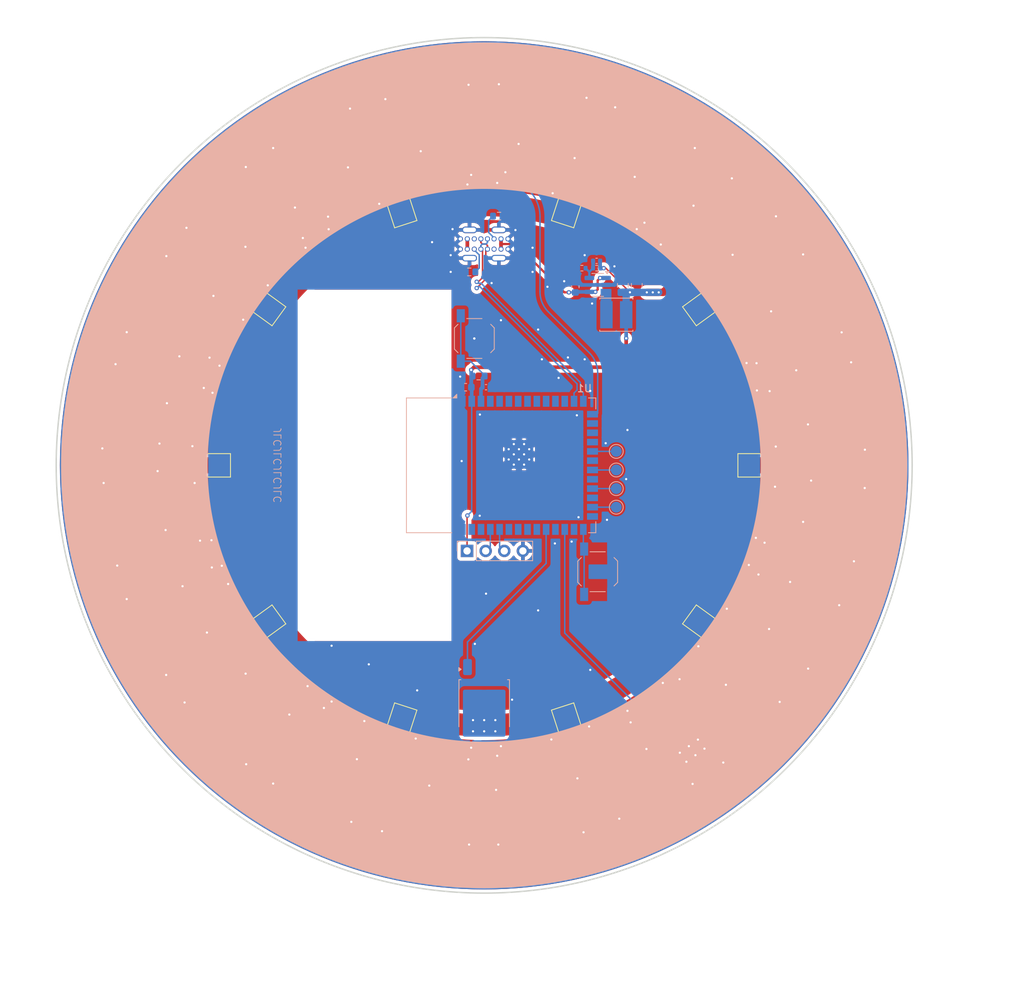
<source format=kicad_pcb>
(kicad_pcb (version 20240108) (generator "pcbnew") (generator_version "8.0")
  (layers (0 "F.Cu" signal) (31 "B.Cu" signal) (34 "B.Paste" user) (35 "F.Paste" user) (36 "B.SilkS" user "B.Silkscreen") (37 "F.SilkS" user "F.Silkscreen") (38 "B.Mask" user) (39 "F.Mask" user) (44 "Edge.Cuts" user))
  (net 0 "")
  (net 1 "Net-(D40-DOUT)")
  (net 2 "Net-(D7-A)")
  (net 3 "+3V3")
  (net 4 "Net-(D16-A)")
  (net 5 "Net-(D15-A)")
  (net 6 "Net-(D14-A)")
  (net 7 "Net-(D13-A)")
  (net 8 "Net-(D12-A)")
  (net 9 "Net-(D11-A)")
  (net 10 "Net-(D10-A)")
  (net 11 "Net-(D9-A)")
  (net 12 "Net-(D8-A)")
  (net 13 "Net-(D17-A)")
  (net 14 "Net-(D6-A)")
  (net 15 "Net-(D5-A)")
  (net 16 "Net-(D4-A)")
  (net 17 "Net-(D3-A)")
  (net 18 "Net-(D2-A)")
  (net 19 "Net-(D1-A)")
  (net 20 "GND")
  (net 21 "Net-(J2-CC2)")
  (net 22 "Net-(J2-CC1)")
  (net 23 "Net-(D26-A)")
  (net 24 "Net-(D30-A)")
  (net 25 "Net-(D29-A)")
  (net 26 "Net-(D28-A)")
  (net 27 "Net-(D27-A)")
  (net 28 "Net-(D25-A)")
  (net 29 "Net-(D24-A)")
  (net 30 "Net-(D23-A)")
  (net 31 "Net-(D22-A)")
  (net 32 "Net-(D21-A)")
  (net 33 "Net-(D20-A)")
  (net 34 "Net-(D19-A)")
  (net 35 "Net-(D18-A)")
  (net 36 "Net-(U2-FB)")
  (net 37 "CTRL_1800k")
  (net 44 "CTRL_2812B")
  (net 50 "USB_D-")
  (net 51 "Net-(U1-IO0)")
  (net 52 "CTRL_3000k")
  (net 59 "RX")
  (net 60 "USB_D+")
  (net 62 "TX")
  (net 69 "+5V")
  (net 70 "Net-(D39-DOUT)")
  (net 71 "Net-(D38-DOUT)")
  (net 72 "Net-(D37-DOUT)")
  (net 73 "Net-(D35-DOUT)")
  (net 74 "Net-(D36-DOUT)")
  (net 75 "Net-(D34-DOUT)")
  (net 76 "Net-(D33-DOUT)")
  (net 77 "Net-(D32-DOUT)")
  (net 78 "Net-(D31-DOUT)")
  (net 79 "Net-(D1-K)")
  (net 80 "Net-(D21-K)")
  (net 81 "Net-(U2-SW)")
  (net 84 "RST")
  (net 85 "Net-(U1-IO11)")
  (net 86 "Net-(U1-IO13)")
  (net 87 "Net-(U1-IO21)")
  (net 88 "Net-(U1-IO34)")
  (footprint "LED_SMD:LED_PLCC_2835" (layer "F.Cu") (at 167.070612 130.713004 -36)
    (property "Reference" "D19" (hide yes))
    (property "Value" "LED")
  )
  (footprint "LED_SMD:LED_PLCC_2835" (layer "F.Cu") (at 156.796096 123.248131 -36)
    (property "Reference" "D30" (hide yes))
    (property "Value" "LED")
  )
  (footprint "LED_SMD:LED_PLCC_2835" (layer "F.Cu") (at 138.381096 66.572589 72)
    (property "Reference" "D23" (hide yes))
    (property "Value" "LED")
  )
  (footprint "Resistor_SMD:R_0603_1608Metric" (layer "F.Cu") (at 114.637775 139.647016 162)
    (property "Reference" "R32" (hide yes))
    (property "Value" "100")
  )
  (footprint "Resistor_SMD:R_0603_1608Metric" (layer "F.Cu") (at 95.959061 144.324187 -36)
    (property "Reference" "R18" (hide yes))
    (property "Value" "100")
  )
  (footprint "LED_SMD:LED_PLCC_2835" (layer "F.Cu") (at 176.53 101.6)
    (property "Reference" "D1" (hide yes))
    (property "Value" "LED")
  )
  (footprint "Resistor_SMD:R_0603_1608Metric" (layer "F.Cu") (at 169.724187 70.559061 126)
    (property "Reference" "R7" (hide yes))
    (property "Value" "100")
  )
  (footprint "Resistor_SMD:R_0603_1608Metric" (layer "F.Cu") (at 94.635275 125.114349 126)
    (property "Reference" "R31" (hide yes))
    (property "Value" "100")
  )
  (footprint "Resistor_SMD:R_0603_1608Metric" (layer "F.Cu") (at 179.81 101.6 90)
    (property "Reference" "R5" (hide yes))
    (property "Value" "100")
  )
  (footprint "LED_SMD:LED_PLCC_2835" (layer "F.Cu") (at 163.83 101.6)
    (property "Reference" "D21" (hide yes))
    (property "Value" "LED")
  )
  (footprint "LED_SMD:LED_WS2812B-2020_PLCC4_2.0x2.0mm" (layer "F.Cu") (at 149.991808 133.245509 -144)
    (property "Reference" "D37" (hide yes))
    (property "Value" "WS2812B-2020" (hide yes))
  )
  (footprint "LED_SMD:LED_WS2812B-2020_PLCC4_2.0x2.0mm" (layer "F.Cu") (at 127 140.716 180)
    (property "Reference" "D36" (hide yes))
    (property "Value" "WS2812B-2020" (hide yes))
  )
  (footprint "LED_SMD:LED_PLCC_2835" (layer "F.Cu") (at 156.113004 141.670612 -54)
    (property "Reference" "D18" (hide yes))
    (property "Value" "LED")
  )
  (footprint "LED_SMD:LED_WS2812B-2020_PLCC4_2.0x2.0mm" (layer "F.Cu") (at 127 62.484)
    (property "Reference" "D31" (hide yes))
    (property "Value" "WS2812B-2020" (hide yes))
  )
  (footprint "Resistor_SMD:R_0603_1608Metric" (layer "F.Cu") (at 159.364725 78.085651 -54)
    (property "Reference" "R26" (hide yes))
    (property "Value" "100")
  )
  (footprint "Resistor_SMD:R_0603_1608Metric" (layer "F.Cu") (at 177.225295 85.280813 108)
    (property "Reference" "R6" (hide yes))
    (property "Value" "100")
  )
  (footprint "LED_SMD:LED_PLCC_2835" (layer "F.Cu") (at 142.305612 148.705829 -72)
    (property "Reference" "D17" (hide yes))
    (property "Value" "LED")
  )
  (footprint "LED_SMD:LED_PLCC_2835" (layer "F.Cu") (at 111.694388 54.494171 108)
    (property "Reference" "D7" (hide yes))
    (property "Value" "LED")
  )
  (footprint "Resistor_SMD:R_0603_1608Metric" (layer "F.Cu") (at 86.995 101.6 90)
    (property "Reference" "R30" (hide yes))
    (property "Value" "100")
  )
  (footprint "Resistor_SMD:R_0603_1608Metric" (layer "F.Cu") (at 158.040939 144.324187 36)
    (property "Reference" "R22" (hide yes))
    (property "Value" "100")
  )
  (footprint "LED_SMD:LED_PLCC_2835" (layer "F.Cu") (at 79.894171 86.294388 162)
    (property "Reference" "D10" (hide yes))
    (property "Value" "LED")
  )
  (footprint "LED_SMD:LED_PLCC_2835" (layer "F.Cu") (at 156.796096 79.951869 36)
    (property "Reference" "D22" (hide yes))
    (property "Value" "LED")
  )
  (footprint "LED_SMD:LED_PLCC_2835" (layer "F.Cu") (at 115.618904 66.572589 108)
    (property "Reference" "D24" (hide yes))
    (property "Value" "LED")
  )
  (footprint "LED_SMD:LED_PLCC_2835" (layer "F.Cu") (at 97.886996 61.529388 126)
    (property "Reference" "D8" (hide yes))
    (property "Value" "LED")
  )
  (footprint "Resistor_SMD:R_0603_1608Metric" (layer "F.Cu") (at 158.040939 58.875813 144)
    (property "Reference" "R8" (hide yes))
    (property "Value" "100")
  )
  (footprint "LED_SMD:LED_PLCC_2835" (layer "F.Cu") (at 127 52.07 90)
    (property "Reference" "D6" (hide yes))
    (property "Value" "LED")
  )
  (footprint "Resistor_SMD:R_0603_1608Metric" (layer "F.Cu") (at 143.319187 151.825295 18)
    (property "Reference" "R21" (hide yes))
    (property "Value" "100")
  )
  (footprint "LED_SMD:LED_PLCC_2835" (layer "F.Cu") (at 127 151.13 -90)
    (property "Reference" "D16" (hide yes))
    (property "Value" "LED")
  )
  (footprint "Resistor_SMD:R_0603_1608Metric" (layer "F.Cu") (at 84.275813 132.640939 -54)
    (property "Reference" "R17" (hide yes))
    (property "Value" "100")
  )
  (footprint "Resistor_SMD:R_0603_1608Metric" (layer "F.Cu") (at 139.362225 63.552984 -18)
    (property "Reference" "R27" (hide yes))
    (property "Value" "100")
  )
  (footprint "LED_SMD:LED_PLCC_2835" (layer "F.Cu") (at 142.305612 54.494171 72)
    (property "Reference" "D5" (hide yes))
    (property "Value" "LED")
  )
  (footprint "Resistor_SMD:R_0603_1608Metric" (layer "F.Cu") (at 95.959061 58.875813 -144)
    (property "Reference" "R12" (hide yes))
    (property "Value" "100")
  )
  (footprint "LED_SMD:LED_PLCC_2835" (layer "F.Cu") (at 174.105829 86.294388 18)
    (property "Reference" "D2" (hide yes))
    (property "Value" "LED")
  )
  (footprint "LED_SMD:LED_WS2812B-2020_PLCC4_2.0x2.0mm" (layer "F.Cu") (at 104.008192 133.245509 144)
    (property "Reference" "D35" (hide yes))
    (property "Value" "WS2812B-2020" (hide yes))
  )
  (footprint "Resistor_SMD:R_0603_1608Metric" (layer "F.Cu") (at 76.774705 117.919187 -72)
    (property "Reference" "R16" (hide yes))
    (property "Value" "100")
  )
  (footprint "Resistor_SMD:R_0603_1608Metric" (layer "F.Cu") (at 169.724187 132.640939 54)
    (property "Reference" "R23" (hide yes))
    (property "Value" "100")
  )
  (footprint "Resistor_SMD:R_0603_1608Metric" (layer "F.Cu") (at 94.635275 78.085651 54)
    (property "Reference" "R29" (hide yes))
    (property "Value" "100")
  )
  (footprint "Resistor_SMD:R_0603_1608Metric" (layer "F.Cu") (at 167.005 101.6 -90)
    (property "Reference" "R25" (hide yes))
    (property "Value" "100")
  )
  (footprint "LED_SMD:LED_PLCC_2835" (layer "F.Cu") (at 156.113004 61.529388 54)
    (property "Reference" "D4" (hide yes))
    (property "Value" "LED")
  )
  (footprint "Resistor_SMD:R_0603_1608Metric" (layer "F.Cu") (at 143.319187 51.374705 162)
    (property "Reference" "R9" (hide yes))
    (property "Value" "100")
  )
  (footprint "LED_SMD:LED_PLCC_2835" (layer "F.Cu") (at 86.929388 72.486996 144)
    (property "Reference" "D9" (hide yes))
    (property "Value" "LED")
  )
  (footprint "Resistor_SMD:R_0603_1608Metric" (layer "F.Cu") (at 159.364725 125.114349 -126)
    (property "Reference" "R34" (hide yes))
    (property "Value" "100")
  )
  (footprint "LED_SMD:LED_PLCC_2835" (layer "F.Cu") (at 90.17 101.6 180)
    (property "Reference" "D26" (hide yes))
    (property "Value" "LED")
  )
  (footprint "LED_SMD:LED_WS2812B-2020_PLCC4_2.0x2.0mm" (layer "F.Cu") (at 104.008192 69.954491 36)
    (property "Reference" "D32" (hide yes))
    (property "Value" "WS2812B-2020" (hide yes))
  )
  (footprint "LED_SMD:LED_PLCC_2835" (layer "F.Cu") (at 97.886996 141.670612 -126)
    (property "Reference" "D14" (hide yes))
    (property "Value" "LED")
  )
  (footprint "LED_SMD:LED_WS2812B-2020_PLCC4_2.0x2.0mm" (layer "F.Cu") (at 149.991808 69.954491 -36)
    (property "Reference" "D40" (hide yes))
    (property "Value" "WS2812B-2020" (hide yes))
  )
  (footprint "LED_SMD:LED_PLCC_2835" (layer "F.Cu") (at 111.694388 148.705829 -108)
    (property "Reference" "D15" (hide yes))
    (property "Value" "LED")
  )
  (footprint "Resistor_SMD:R_0603_1608Metric" (layer "F.Cu") (at 76.774705 85.280813 -108)
    (property "Reference" "R14" (hide yes))
    (property "Value" "100")
  )
  (footprint "Resistor_SMD:R_0603_1608Metric" (layer "F.Cu") (at 110.680813 51.374705 -162)
    (property "Reference" "R11" (hide yes))
    (property "Value" "100")
  )
  (footprint "LED_SMD:LED_WS2812B-2020_PLCC4_2.0x2.0mm" (layer "F.Cu") (at 164.201527 89.512491 -72)
    (property "Reference" "D39" (hide yes))
    (property "Value" "WS2812B-2020" (hide yes))
  )
  (footprint "Resistor_SMD:R_0603_1608Metric" (layer "F.Cu") (at 110.680813 151.825295 -18)
    (property "Reference" "R19" (hide yes))
    (property "Value" "100")
  )
  (footprint "Resistor_SMD:R_0603_1608Metric" (layer "F.Cu") (at 74.19 101.6 -90)
    (property "Reference" "R15" (hide yes))
    (property "Value" "100")
  )
  (footprint "LED_SMD:LED_PLCC_2835" (layer "F.Cu") (at 86.929388 130.713004 -144)
    (property "Reference" "D13" (hide yes))
    (property "Value" "LED")
  )
  (footprint "Resistor_SMD:R_0603_1608Metric" (layer "F.Cu") (at 177.225295 117.919187 72)
    (property "Reference" "R24" (hide yes))
    (property "Value" "100")
  )
  (footprint "LED_SMD:LED_WS2812B-2020_PLCC4_2.0x2.0mm" (layer "F.Cu") (at 89.798473 113.687509 108)
    (property "Reference" "D34" (hide yes))
    (property "Value" "WS2812B-2020" (hide yes))
  )
  (footprint "LED_SMD:LED_PLCC_2835" (layer "F.Cu") (at 115.618904 136.627411 -108)
    (property "Reference" "D28" (hide yes))
    (property "Value" "LED")
  )
  (footprint "Resistor_SMD:R_0603_1608Metric" (layer "F.Cu") (at 114.637775 63.552984 18)
    (property "Reference" "R28" (hide yes))
    (property "Value" "100")
  )
  (footprint "LED_SMD:LED_WS2812B-2020_PLCC4_2.0x2.0mm" (layer "F.Cu") (at 164.201527 113.687509 -108)
    (property "Reference" "D38" (hide yes))
    (property "Value" "WS2812B-2020" (hide yes))
  )
  (footprint "LED_SMD:LED_PLCC_2835" (layer "F.Cu") (at 174.105829 116.905612 -18)
    (property "Reference" "D20" (hide yes))
    (property "Value" "LED")
  )
  (footprint "LED_SMD:LED_PLCC_2835" (layer "F.Cu") (at 97.203904 123.248131 -144)
    (property "Reference" "D27" (hide yes))
    (property "Value" "LED")
  )
  (footprint "LED_SMD:LED_PLCC_2835" (layer "F.Cu") (at 167.070612 72.486996 36)
    (property "Reference" "D3" (hide yes))
    (property "Value" "LED")
  )
  (footprint "Resistor_SMD:R_0603_1608Metric" (layer "F.Cu") (at 127 48.79 180)
    (property "Reference" "R10" (hide yes))
    (property "Value" "100")
  )
  (footprint "Resistor_SMD:R_0603_1608Metric" (layer "F.Cu") (at 139.362225 139.647016 -162)
    (property "Reference" "R33" (hide yes))
    (property "Value" "100")
  )
  (footprint "LED_SMD:LED_PLCC_2835" (layer "F.Cu") (at 77.47 101.6 180)
    (property "Reference" "D11" (hide yes))
    (property "Value" "LED")
  )
  (footprint "Resistor_SMD:R_0603_1608Metric" (layer "F.Cu") (at 84.275813 70.559061 -126)
    (property "Reference" "R13" (hide yes))
    (property "Value" "100")
  )
  (footprint "LED_SMD:LED_WS2812B-2020_PLCC4_2.0x2.0mm" (layer "F.Cu") (at 89.798473 89.512491 72)
    (property "Reference" "D33" (hide yes))
    (property "Value" "WS2812B-2020" (hide yes))
  )
  (footprint "Resistor_SMD:R_0603_1608Metric" (layer "F.Cu") (at 127 154.41)
    (property "Reference" "R20" (hide yes))
    (property "Value" "100")
  )
  (footprint "LED_SMD:LED_PLCC_2835" (layer "F.Cu") (at 97.203904 79.951869 144)
    (property "Reference" "D25" (hide yes))
    (property "Value" "LED")
  )
  (footprint "LED_SMD:LED_PLCC_2835" (layer "F.Cu") (at 79.894171 116.905612 -162)
    (property "Reference" "D12" (hide yes))
    (property "Value" "LED")
  )
  (footprint "LED_SMD:LED_PLCC_2835" (layer "F.Cu") (at 138.381096 136.627411 -72)
    (property "Reference" "D29" (hide yes))
    (property "Value" "LED")
  )
  (footprint "TestPoint:TestPoint_Pad_D1.5mm" (layer "B.Cu") (at 145.034 102.235 180)
    (property "Reference" "TP4" (hide yes))
    (property "Value" "TestPoint" (hide yes))
  )
  (footprint "Capacitor_SMD:C_0805_2012Metric" (layer "B.Cu") (at 145.9285 77.028 90)
    (property "Reference" "C3" (hide yes))
    (property "Value" "22u")
  )
  (footprint "Resistor_SMD:R_0603_1608Metric" (layer "B.Cu") (at 129.032 67.564)
    (property "Reference" "R2" (hide yes))
    (property "Value" "5k1")
  )
  (footprint "Capacitor_SMD:C_0402_1005Metric" (layer "B.Cu") (at 127.254 90.932 180)
    (property "Reference" "C1" (hide yes))
    (property "Value" "100n")
  )
  (footprint "Package_TO_SOT_SMD:TO-252-2" (layer "B.Cu") (at 127.0025 134.19 -90)
    (property "Reference" "Q1" (hide yes))
    (property "Value" "Q_NMOS_GDS")
  )
  (footprint "TestPoint:TestPoint_Pad_D1.5mm" (layer "B.Cu") (at 145.034 99.695 180)
    (property "Reference" "TP5" (hide yes))
    (property "Value" "TestPoint" (hide yes))
  )
  (footprint "Inductor_SMD:L_Cenker_CKCS4018" (layer "B.Cu") (at 145.034 81.026)
    (property "Reference" "L1" (hide yes))
    (property "Value" "2u2")
  )
  (footprint "TestPoint:TestPoint_Pad_D1.5mm" (layer "B.Cu") (at 145.034 107.315 180)
    (property "Reference" "TP2" (hide yes))
    (property "Value" "TestPoint" (hide yes))
  )
  (footprint "Package_TO_SOT_SMD:SOT-23-5" (layer "B.Cu") (at 142.494 76.962 180)
    (property "Reference" "U2" (hide yes))
    (property "Value" "TLV62569DBV")
  )
  (footprint "Package_TO_SOT_SMD:TO-252-2" (layer "B.Cu") (at 153.65574 138.093575 -54)
    (property "Reference" "Q2" (hide yes))
    (property "Value" "Q_NMOS_GDS")
  )
  (footprint "Capacitor_SMD:C_0402_1005Metric" (layer "B.Cu") (at 142.3471 73.6752 180)
    (property "Reference" "C5" (hide yes))
    (property "Value" "6p3")
  )
  (footprint "TestPoint:TestPoint_Pad_D1.5mm" (layer "B.Cu") (at 145.034 104.775 180)
    (property "Reference" "TP3" (hide yes))
    (property "Value" "TestPoint" (hide yes))
  )
  (footprint "Capacitor_SMD:C_0603_1608Metric" (layer "B.Cu") (at 139.446 77.216 90)
    (property "Reference" "C2" (hide yes))
    (property "Value" "10u")
  )
  (footprint "Connector_PinHeader_2.54mm:PinHeader_1x04_P2.54mm_Vertical" (layer "B.Cu") (at 124.663471 113.28821 -90)
    (property "Reference" "J1" (hide yes))
    (property "Value" "Conn_01x04_Pin")
  )
  (footprint "Capacitor_SMD:C_0603_1608Metric" (layer "B.Cu") (at 124.473 90.932 180)
    (property "Reference" "C6" (hide yes))
    (property "Value" "10u")
  )
  (footprint "RF_Module:ESP32-S3-WROOM-1" (layer "B.Cu") (at 129.286 101.6 -90)
    (property "Reference" "U1")
    (property "Value" "ESP32-S2-SOLO-2" (hide yes))
  )
  (footprint "Resistor_SMD:R_0402_1005Metric" (layer "B.Cu") (at 142.367 74.676 180)
    (property "Reference" "R35" (hide yes))
    (property "Value" "470k")
  )
  (footprint "Resistor_SMD:R_0603_1608Metric" (layer "B.Cu") (at 126.238 89.408 180)
    (property "Reference" "R1" (hide yes))
    (property "Value" "10k")
  )
  (footprint "Capacitor_SMD:C_0805_2012Metric" (layer "B.Cu") (at 147.8335 77.028 90)
    (property "Reference" "C4" (hide yes))
    (property "Value" "22u")
  )
  (footprint "USB_Connector_Custom:XKB_U263-14XN-5XQC14" (layer "B.Cu") (at 127 71.374 180)
    (property "Reference" "J2" (hide yes))
    (property "Value" "USB_C_Receptacle_USB2.0_16P")
  )
  (footprint "Resistor_SMD:R_0402_1005Metric" (layer "B.Cu") (at 140.335 74.676 180)
    (property "Reference" "R36" (hide yes))
    (property "Value" "100k")
  )
  (footprint "Resistor_SMD:R_0603_1608Metric" (layer "B.Cu") (at 124.968 75.184 180)
    (property "Reference" "R3" (hide yes))
    (property "Value" "5k1")
  )
  (footprint "Button_Switch_SMD:SW_SPST_SKQG_WithStem" (layer "B.Cu") (at 142.494 116.13 -90)
    (property "Reference" "SW1" (hide yes))
    (property "Value" "SW_Push")
  )
  (footprint "TestPoint:TestPoint_Pad_D1.0mm" (layer "B.Cu") (at 147.574 67.564 180)
    (property "Reference" "TP1" (hide yes))
    (property "Value" "TestPoint" (hide yes))
  )
  (footprint "Button_Switch_SMD:SW_SPST_SKQG_WithStem" (layer "B.Cu") (at 125.658 84.276 -90)
    (property "Reference" "SW2" (hide yes))
    (property "Value" "SW_Push")
  )
  (gr_arc (start 166.031387 73.264595) (mid 93.022945 135.833084) (end 155.0416 62.357) (stroke (width 3)) (layer "F.Cu") (net 79))
  (gr_arc (start 93.476427 126.049523) (mid 100.229532 69.899035) (end 156.717998 72.644002) (stroke (width 1)) (layer "F.Cu") (net 3))
  (gr_arc (start 166.1668 63.246) (mid 168.210489 137.749174) (end 94.076142 145.430205) (stroke (width 1)) (layer "F.Cu") (net 3))
  (gr_arc (start 155.750029 80.728496) (mid 106.103813 130.332094) (end 137.9982 67.818001) (stroke (width 3)) (layer "F.Cu") (net 80))
  (gr_arc (start 156.717998 72.644002) (mid 162.489169 123.09716) (end 115.100511 141.349356) (stroke (width 1)) (layer "F.Cu") (net 3))
  (gr_arc (start 80.481628 130.601871) (mid 93.122061 58.502983) (end 166.1668 63.246) (stroke (width 1)) (layer "F.Cu") (net 3))
  (gr_rect (start 143.002 77.597) (end 144.272 79.502) (stroke (width 0.2)) (fill solid) (layer "B.Cu") (net 81))
  (gr_circle (center 127 101.6) (end 174.752 101.854) (stroke (width 20)) (fill none) (layer "B.SilkS"))
  (gr_circle (center 127 101.6) (end 185.42 101.6) (stroke (width 0.2)) (fill none) (layer "Edge.Cuts"))
  (gr_text "JLCJLCJLCJLC" (at 98.806 101.6 90) (layer "B.SilkS") (effects (font (size 1 1) (thickness 0.1)) (justify mirror)))
  (gr_text "EEAN" (at 127 158.242 0) (layer "F.SilkS") (effects (font (size 1.5 1.5) (thickness 0.3) (bold yes))))
  (segment (start 148.876658 68.46445) (end 149.57484 68.971709) (width 0.2) (layer "F.Cu") (net 1))
  (via (at 148.876658 68.46445) (size 0.6) (drill 0.3) (layers "F.Cu" "B.Cu") (net 1))
  (segment (start 147.574 67.564) (end 148.190046 68.180046) (width 0.2) (layer "B.Cu") (net 1))
  (arc (start 148.190046 68.180046) (mid 148.505067 68.390535) (end 148.876658 68.46445) (width 0.2) (layer "B.Cu") (net 1))
  (segment (start 111.192216 53.147096) (end 111.26949 53.186468) (width 0.5) (layer "F.Cu") (net 2))
  (segment (start 111.26949 53.186468) (end 111.056693 52.531545) (width 0.5) (layer "F.Cu") (net 2))
  (segment (start 109.973465 51.669017) (end 110.587063 51.981672) (width 0.5) (layer "F.Cu") (net 2))
  (segment (start 109.896191 51.629644) (end 109.973465 51.669017) (width 0.5) (layer "F.Cu") (net 2))
  (arc (start 110.587167 51.981688) (mid 110.876669 52.209917) (end 111.056796 52.53156) (width 0.5) (layer "F.Cu") (net 2))
  (segment (start 144.103809 49.545791) (end 144.1196 49.53) (width 1) (layer "F.Cu") (net 3))
  (segment (start 72.199 100.775) (end 72.1868 100.7872) (width 1) (layer "F.Cu") (net 3))
  (segment (start 83.3628 68.493686) (end 83.3628 68.4784) (width 1) (layer "F.Cu") (net 3))
  (segment (start 109.896191 151.570356) (end 109.8804 151.586147) (width 1) (layer "F.Cu") (net 3))
  (segment (start 151.4348 77.978) (end 166.1668 63.246) (width 1) (layer "F.Cu") (net 3))
  (segment (start 74.483035 117.134565) (end 74.4728 117.1448) (width 1) (layer "F.Cu") (net 3))
  (segment (start 157.3735 144.80911) (end 158.75 146.18561) (width 1) (layer "F.Cu") (net 3))
  (segment (start 113.853153 63.807923) (end 113.853153 62.545153) (width 1) (layer "F.Cu") (net 3))
  (segment (start 142.534565 152.080234) (end 142.534565 154.116965) (width 1) (layer "F.Cu") (net 3))
  (segment (start 95.120198 125.781788) (end 94.852463 126.049523) (width 1) (layer "F.Cu") (net 3))
  (segment (start 169.239264 133.308378) (end 170.6372 134.706314) (width 1) (layer "F.Cu") (net 3))
  (segment (start 158.879802 77.418212) (end 159.844014 76.454) (width 1) (layer "F.Cu") (net 3))
  (segment (start 159.849648 124.44691) (end 160.782 125.379262) (width 1) (layer "F.Cu") (net 3))
  (segment (start 74.19 100.775) (end 72.199 100.775) (width 1) (layer "F.Cu") (net 3))
  (segment (start 142.534565 154.116965) (end 142.5448 154.1272) (width 1) (layer "F.Cu") (net 3))
  (segment (start 115.100511 140.223841) (end 115.100511 141.349356) (width 1) (layer "F.Cu") (net 3))
  (segment (start 80.481628 130.601871) (end 81.853257 131.9735) (width 1) (layer "F.Cu") (net 3))
  (segment (start 143.3123 74.676) (end 143.6019 74.676) (width 0.2) (layer "F.Cu") (net 3))
  (segment (start 149.1996 77.978) (end 151.4348 77.978) (width 1) (layer "F.Cu") (net 3))
  (segment (start 179.537435 86.065435) (end 179.578 86.106) (width 1) (layer "F.Cu") (net 3))
  (segment (start 94.852463 126.049523) (end 93.476427 126.049523) (width 1) (layer "F.Cu") (net 3))
  (segment (start 138.577603 63.298045) (end 138.577603 62.082397) (width 1) (layer "F.Cu") (net 3))
  (segment (start 109.8804 151.586147) (end 109.8804 153.67) (width 1) (layer "F.Cu") (net 3))
  (segment (start 158.75 146.18561) (end 158.75 146.2024) (width 1) (layer "F.Cu") (net 3))
  (segment (start 76.519766 117.134565) (end 74.483035 117.134565) (width 1) (layer "F.Cu") (net 3))
  (segment (start 125.597 88.201) (end 145.225 88.201) (width 0.5) (layer "F.Cu") (net 3))
  (segment (start 159.844014 76.454) (end 160.02 76.454) (width 1) (layer "F.Cu") (net 3))
  (segment (start 143.6019 74.676) (end 146.8937 77.9678) (width 0.2) (layer "F.Cu") (net 3))
  (segment (start 113.853153 62.545153) (end 113.792 62.484) (width 1) (layer "F.Cu") (net 3))
  (segment (start 165.007359 90.212748) (end 165.907587 90.212748) (width 0.3) (layer "F.Cu") (net 3))
  (segment (start 111.465435 49.083035) (end 111.4552 49.0728) (width 1) (layer "F.Cu") (net 3))
  (segment (start 158.708378 59.360736) (end 160.106314 57.9628) (width 1) (layer "F.Cu") (net 3))
  (segment (start 75.758591 84.496191) (end 75.1332 83.8708) (width 1) (layer "F.Cu") (net 3))
  (segment (start 115.422397 139.901955) (end 115.100511 140.223841) (width 1) (layer "F.Cu") (net 3))
  (segment (start 165.428271 115.13627) (end 166.116 115.824) (width 0.3) (layer "F.Cu") (net 3))
  (segment (start 149.829784 134.843784) (end 150.622 135.636) (width 0.3) (layer "F.Cu") (net 3))
  (segment (start 176.970356 118.703809) (end 179.034991 118.703809) (width 1) (layer "F.Cu") (net 3))
  (segment (start 160.782 125.379262) (end 160.782 125.476) (width 1) (layer "F.Cu") (net 3))
  (segment (start 126.085 141.266) (end 126.085 142.632626) (width 0.3) (layer "F.Cu") (net 3))
  (segment (start 177.480234 86.065435) (end 179.537435 86.065435) (width 1) (layer "F.Cu") (net 3))
  (segment (start 126.175 154.41) (end 126.175 156.2994) (width 1) (layer "F.Cu") (net 3))
  (segment (start 88.751035 88.138) (end 87.884 88.138) (width 0.3) (layer "F.Cu") (net 3))
  (segment (start 84.760736 69.891622) (end 83.3628 68.493686) (width 1) (layer "F.Cu") (net 3))
  (segment (start 126.175 156.2994) (end 126.1872 156.3116) (width 1) (layer "F.Cu") (net 3))
  (segment (start 138.577603 62.082397) (end 138.684 61.976) (width 1) (layer "F.Cu") (net 3))
  (segment (start 86.995 102.425) (end 85.661 102.425) (width 1) (layer "F.Cu") (net 3))
  (segment (start 124.663471 108.508529) (end 124.714 108.458) (width 0.2) (layer "F.Cu") (net 3))
  (segment (start 93.218 77.820738) (end 93.218 77.724) (width 1) (layer "F.Cu") (net 3))
  (segment (start 145.225 88.201) (end 146.384 87.042) (width 0.5) (layer "F.Cu") (net 3))
  (segment (start 170.6372 134.706314) (end 170.6372 134.7216) (width 1) (layer "F.Cu") (net 3))
  (segment (start 85.661 102.425) (end 85.598 102.362) (width 1) (layer "F.Cu") (net 3))
  (segment (start 160.106314 57.9628) (end 160.1216 57.9628) (width 1) (layer "F.Cu") (net 3))
  (segment (start 127.915 61.934) (end 127.915 60.441835) (width 0.2) (layer "F.Cu") (net 3))
  (segment (start 179.81 102.425) (end 181.801 102.425) (width 1) (layer "F.Cu") (net 3))
  (segment (start 111.465435 51.119766) (end 111.465435 49.083035) (width 1) (layer "F.Cu") (net 3))
  (segment (start 94.150352 78.75309) (end 93.218 77.820738) (width 1) (layer "F.Cu") (net 3))
  (segment (start 140.146847 139.392077) (end 140.146847 140.654847) (width 1) (layer "F.Cu") (net 3))
  (segment (start 124.663471 113.28821) (end 124.663471 108.508529) (width 0.2) (layer "F.Cu") (net 3))
  (segment (start 168.339 100.775) (end 168.402 100.838) (width 1) (layer "F.Cu") (net 3))
  (segment (start 144.103809 51.629644) (end 144.103809 49.545791) (width 1) (layer "F.Cu") (net 3))
  (segment (start 88.992641 112.987252) (end 88.705623 112.987252) (width 0.3) (layer "F.Cu") (net 3))
  (segment (start 104.349821 68.789822) (end 103.378 67.818) (width 0.3) (layer "F.Cu") (net 3))
  (segment (start 146.384 87.042) (end 146.384 84.248) (width 0.5) (layer "F.Cu") (net 3))
  (segment (start 167.005 100.775) (end 168.339 100.775) (width 1) (layer "F.Cu") (net 3))
  (segment (start 125.222 88.576) (end 125.597 88.201) (width 0.5) (layer "F.Cu") (net 3))
  (segment (start 170.20911 71.2265) (end 171.63641 69.7992) (width 1) (layer "F.Cu") (net 3))
  (segment (start 140.146847 140.654847) (end 140.208 140.716) (width 1) (layer "F.Cu") (net 3))
  (segment (start 151.142098 69.837901) (end 152.146 68.834) (width 0.2) (layer "F.Cu") (net 3))
  (segment (start 171.63641 69.7992) (end 171.6532 69.7992) (width 1) (layer "F.Cu") (net 3))
  (segment (start 94.076142 145.054744) (end 94.076142 145.430205) (width 1) (layer "F.Cu") (net 3))
  (segment (start 181.801 102.425) (end 181.8132 102.4128) (width 1) (layer "F.Cu") (net 3))
  (segment (start 179.034991 118.703809) (end 179.07 118.6688) (width 1) (layer "F.Cu") (net 3))
  (segment (start 77.029644 84.496191) (end 75.758591 84.496191) (width 1) (layer "F.Cu") (net 3))
  (segment (start 127.825 46.799) (end 127.8128 46.7868) (width 1) (layer "F.Cu") (net 3))
  (segment (start 96.6265 58.39089) (end 95.23321 56.9976) (width 1) (layer "F.Cu") (net 3))
  (segment (start 127.825 48.79) (end 127.825 46.799) (width 1) (layer "F.Cu") (net 3))
  (segment (start 102.170308 132.831898) (end 95.120198 125.781788) (width 0.3) (layer "F.Cu") (net 3))
  (segment (start 81.853257 131.9735) (end 83.79089 131.9735) (width 1) (layer "F.Cu") (net 3))
  (segment (start 95.23321 56.9976) (end 95.1992 56.9976) (width 1) (layer "F.Cu") (net 3))
  (segment (start 95.291622 143.839264) (end 94.076142 145.054744) (width 1) (layer "F.Cu") (net 3))
  (via (at 146.384 84.248) (size 0.6) (drill 0.3) (layers "F.Cu" "B.Cu") (net 3))
  (via (at 149.1996 77.978) (size 0.6) (drill 0.3) (layers "F.Cu" "B.Cu") (net 3))
  (via (at 124.714 108.458) (size 0.6) (drill 0.3) (layers "F.Cu" "B.Cu") (net 3))
  (via (at 150.8252 77.978) (size 0.6) (drill 0.3) (layers "F.Cu" "B.Cu") (net 3))
  (via (at 125.222 88.576) (size 0.6) (drill 0.3) (layers "F.Cu" "B.Cu") (net 3))
  (via (at 143.3123 74.676) (size 0.6) (drill 0.3) (layers "F.Cu" "B.Cu") (net 3))
  (via (at 150.0124 77.978) (size 0.6) (drill 0.3) (layers "F.Cu" "B.Cu") (net 3))
  (via (at 146.8937 77.9678) (size 0.6) (drill 0.3) (layers "F.Cu" "B.Cu") (net 3))
  (arc (start 89.558142 88.472315) (mid 89.187838 88.224885) (end 88.751035 88.138) (width 0.3) (layer "F.Cu") (net 3))
  (arc (start 151.05534 70.047355) (mid 151.077888 69.934) (end 151.142098 69.837901) (width 0.2) (layer "F.Cu") (net 3))
  (arc (start 164.441858 114.727685) (mid 164.975701 114.833873) (end 165.428271 115.13627) (width 0.3) (layer "F.Cu") (net 3))
  (arc (start 149.574839 134.228292) (mid 149.641097 134.561394) (end 149.829784 134.843784) (width 0.3) (layer "F.Cu") (net 3))
  (arc (start 102.94466 133.152645) (mid 102.525584 133.069286) (end 102.170308 132.831898) (width 0.3) (layer "F.Cu") (net 3))
  (arc (start 104.425161 68.971708) (mid 104.405581 68.873272) (end 104.349821 68.789822) (width 0.3) (layer "F.Cu") (net 3))
  (arc (start 165.907587 90.212748) (mid 166.295307 90.135625) (end 166.624 89.916) (width 0.3) (layer "F.Cu") (net 3))
  (arc (start 88.705623 112.987252) (mid 87.986037 113.130387) (end 87.376 113.538) (width 0.3) (layer "F.Cu") (net 3))
  (arc (start 126.085 142.632626) (mid 126.124764 142.832529) (end 126.238 143.002) (width 0.3) (layer "F.Cu") (net 3))
  (arc (start 127.915 60.441835) (mid 127.941249 60.309873) (end 128.016 60.198) (width 0.2) (layer "F.Cu") (net 3))
  (segment (start 125.222 88.576) (end 125.222 90.906) (width 0.5) (layer "B.Cu") (net 3))
  (segment (start 146.384 81.026) (end 146.384 78.0305) (width 1) (layer "B.Cu") (net 3))
  (segment (start 147.8335 77.978) (end 146.9039 77.978) (width 1) (layer "B.Cu") (net 3))
  (segment (start 124.714 108.458) (end 125.296 107.876) (width 0.2) (layer "B.Cu") (net 3))
  (segment (start 125.248 89.573) (end 125.413 89.408) (width 0.5) (layer "B.Cu") (net 3))
  (segment (start 125.296 107.876) (end 125.296 92.85) (width 0.2) (layer "B.Cu") (net 3))
  (segment (start 146.8835 77.978) (end 145.9285 77.978) (width 1) (layer "B.Cu") (net 3))
  (segment (start 145.9285 77.978) (end 150.8252 77.978) (width 1) (layer "B.Cu") (net 3))
  (segment (start 146.9039 77.978) (end 146.8937 77.9678) (width 1) (layer "B.Cu") (net 3))
  (segment (start 146.384 78.0305) (end 146.4365 77.978) (width 1) (layer "B.Cu") (net 3))
  (segment (start 142.8271 73.6752) (end 142.8271 74.6261) (width 0.5) (layer "B.Cu") (net 3))
  (segment (start 125.248 90.932) (end 125.296 90.98) (width 0.5) (layer "B.Cu") (net 3))
  (segment (start 125.222 90.906) (end 125.248 90.932) (width 0.5) (layer "B.Cu") (net 3))
  (segment (start 146.384 84.248) (end 146.384 81.026) (width 0.5) (layer "B.Cu") (net 3))
  (segment (start 125.248 90.932) (end 125.248 89.573) (width 0.5) (layer "B.Cu") (net 3))
  (segment (start 125.296 90.98) (end 125.296 92.85) (width 0.5) (layer "B.Cu") (net 3))
  (segment (start 142.8271 74.6261) (end 142.877 74.676) (width 0.5) (layer "B.Cu") (net 3))
  (segment (start 146.8937 77.9678) (end 146.8835 77.978) (width 1) (layer "B.Cu") (net 3))
  (segment (start 127.825 154.41) (end 127.763675 154.348675) (width 0.5) (layer "F.Cu") (net 4))
  (segment (start 127.061325 152.566324) (end 127 152.505) (width 0.5) (layer "F.Cu") (net 4))
  (segment (start 127.763675 154.348675) (end 127.276724 153.86171) (width 0.5) (layer "F.Cu") (net 4))
  (segment (start 127 152.505) (end 127 153.193627) (width 0.5) (layer "F.Cu") (net 4))
  (arc (start 127.276724 153.86171) (mid 127.071918 153.55519) (end 127 153.193627) (width 0.5) (layer "F.Cu") (net 4))
  (segment (start 111.465434 152.080234) (end 111.426061 152.00296) (width 0.5) (layer "F.Cu") (net 5))
  (segment (start 111.426061 152.00296) (end 111.113424 151.389353) (width 0.5) (layer "F.Cu") (net 5))
  (segment (start 111.26949 150.013532) (end 111.056693 150.668455) (width 0.5) (layer "F.Cu") (net 5))
  (segment (start 111.308863 150.090805) (end 111.26949 150.013532) (width 0.5) (layer "F.Cu") (net 5))
  (arc (start 111.113488 151.389328) (mid 111.013426 151.034522) (end 111.056757 150.668431) (width 0.5) (layer "F.Cu") (net 5))
  (segment (start 97.092359 142.868668) (end 97.078791 142.78301) (width 0.5) (layer "F.Cu") (net 6))
  (segment (start 96.6265 144.80911) (end 96.612933 144.723451) (width 0.5) (layer "F.Cu") (net 6))
  (segment (start 96.612933 144.723451) (end 96.505212 144.043265) (width 0.5) (layer "F.Cu") (net 6))
  (segment (start 97.078792 142.78301) (end 96.674027 143.340121) (width 0.5) (layer "F.Cu") (net 6))
  (arc (start 96.505177 144.043206) (mid 96.519654 143.674844) (end 96.673992 143.340061) (width 0.5) (layer "F.Cu") (net 6))
  (segment (start 85.803424 131.606867) (end 85.81699 131.521209) (width 0.5) (layer "F.Cu") (net 7))
  (segment (start 85.81699 131.521208) (end 85.259879 131.925973) (width 0.5) (layer "F.Cu") (net 7))
  (segment (start 84.760735 133.308378) (end 84.774302 133.222719) (width 0.5) (layer "F.Cu") (net 7))
  (segment (start 84.774302 133.222719) (end 84.882042 132.542537) (width 0.5) (layer "F.Cu") (net 7))
  (arc (start 84.882142 132.542472) (mid 85.00974 132.196613) (end 85.259978 131.925908) (width 0.5) (layer "F.Cu") (net 7))
  (segment (start 77.069017 118.626535) (end 77.381672 118.012937) (width 0.5) (layer "F.Cu") (net 8))
  (segment (start 78.547096 117.407784) (end 78.586468 117.33051) (width 0.5) (layer "F.Cu") (net 8))
  (segment (start 78.586468 117.33051) (end 77.931545 117.543307) (width 0.5) (layer "F.Cu") (net 8))
  (segment (start 77.029644 118.703809) (end 77.069017 118.626535) (width 0.5) (layer "F.Cu") (net 8))
  (arc (start 77.381792 118.012803) (mid 77.610021 117.723301) (end 77.931664 117.543174) (width 0.5) (layer "F.Cu") (net 8))
  (segment (start 76.095 101.6) (end 75.406373 101.6) (width 0.5) (layer "F.Cu") (net 9))
  (segment (start 74.19 102.425) (end 74.251325 102.363675) (width 0.5) (layer "F.Cu") (net 9))
  (segment (start 76.033676 101.661325) (end 76.095 101.6) (width 0.5) (layer "F.Cu") (net 9))
  (segment (start 74.251325 102.363675) (end 74.73829 101.876724) (width 0.5) (layer "F.Cu") (net 9))
  (arc (start 74.73829 101.876724) (mid 75.04481 101.671918) (end 75.406373 101.6) (width 0.5) (layer "F.Cu") (net 9))
  (segment (start 76.519766 86.065434) (end 76.59704 86.026061) (width 0.5) (layer "F.Cu") (net 10))
  (segment (start 78.509195 85.908863) (end 78.586468 85.86949) (width 0.5) (layer "F.Cu") (net 10))
  (segment (start 76.59704 86.026061) (end 77.210647 85.713424) (width 0.5) (layer "F.Cu") (net 10))
  (segment (start 78.586468 85.86949) (end 77.931545 85.656693) (width 0.5) (layer "F.Cu") (net 10))
  (arc (start 77.210644 85.713305) (mid 77.565451 85.613243) (end 77.931541 85.656574) (width 0.5) (layer "F.Cu") (net 10))
  (segment (start 83.79089 71.2265) (end 83.876549 71.212933) (width 0.5) (layer "F.Cu") (net 11))
  (segment (start 85.731332 71.692359) (end 85.81699 71.678791) (width 0.5) (layer "F.Cu") (net 11))
  (segment (start 85.81699 71.678792) (end 85.259879 71.274027) (width 0.5) (layer "F.Cu") (net 11))
  (segment (start 83.876549 71.212933) (end 84.556735 71.105212) (width 0.5) (layer "F.Cu") (net 11))
  (arc (start 84.556806 71.105231) (mid 84.925167 71.119708) (end 85.25995 71.274046) (width 0.5) (layer "F.Cu") (net 11))
  (segment (start 95.291622 59.360735) (end 95.377281 59.374302) (width 0.5) (layer "F.Cu") (net 12))
  (segment (start 95.377281 59.374302) (end 96.057463 59.482042) (width 0.5) (layer "F.Cu") (net 12))
  (segment (start 97.078792 60.41699) (end 96.674027 59.859879) (width 0.5) (layer "F.Cu") (net 12))
  (segment (start 96.993133 60.403424) (end 97.078791 60.41699) (width 0.5) (layer "F.Cu") (net 12))
  (arc (start 96.057521 59.481992) (mid 96.403381 59.60959) (end 96.674085 59.859828) (width 0.5) (layer "F.Cu") (net 12))
  (segment (start 144.026535 151.530983) (end 143.412937 151.218328) (width 0.5) (layer "F.Cu") (net 13))
  (segment (start 144.103809 151.570356) (end 144.026535 151.530983) (width 0.5) (layer "F.Cu") (net 13))
  (segment (start 142.807784 150.052904) (end 142.73051 150.013532) (width 0.5) (layer "F.Cu") (net 13))
  (segment (start 142.73051 150.013532) (end 142.943307 150.668455) (width 0.5) (layer "F.Cu") (net 13))
  (arc (start 143.412899 151.218238) (mid 143.123397 150.990009) (end 142.94327 150.668366) (width 0.5) (layer "F.Cu") (net 13))
  (segment (start 126.236325 48.851325) (end 126.723276 49.33829) (width 0.5) (layer "F.Cu") (net 14))
  (segment (start 126.938675 50.633676) (end 127 50.695) (width 0.5) (layer "F.Cu") (net 14))
  (segment (start 126.175 48.79) (end 126.236325 48.851325) (width 0.5) (layer "F.Cu") (net 14))
  (segment (start 127 50.695) (end 127 50.006373) (width 0.5) (layer "F.Cu") (net 14))
  (arc (start 126.723276 49.33829) (mid 126.928082 49.64481) (end 127 50.006373) (width 0.5) (layer "F.Cu") (net 14))
  (segment (start 142.691137 53.109195) (end 142.73051 53.186468) (width 0.5) (layer "F.Cu") (net 15))
  (segment (start 142.73051 53.186468) (end 142.943307 52.531545) (width 0.5) (layer "F.Cu") (net 15))
  (segment (start 142.534566 51.119766) (end 142.573939 51.19704) (width 0.5) (layer "F.Cu") (net 15))
  (segment (start 142.573939 51.19704) (end 142.886576 51.810647) (width 0.5) (layer "F.Cu") (net 15))
  (arc (start 142.886628 51.810696) (mid 142.98669 52.165502) (end 142.943359 52.531593) (width 0.5) (layer "F.Cu") (net 15))
  (segment (start 157.387067 58.476549) (end 157.494788 59.156735) (width 0.5) (layer "F.Cu") (net 16))
  (segment (start 156.907641 60.331332) (end 156.921209 60.41699) (width 0.5) (layer "F.Cu") (net 16))
  (segment (start 156.921208 60.41699) (end 157.325973 59.859879) (width 0.5) (layer "F.Cu") (net 16))
  (segment (start 157.3735 58.39089) (end 157.387067 58.476549) (width 0.5) (layer "F.Cu") (net 16))
  (arc (start 157.494838 59.15671) (mid 157.480362 59.525072) (end 157.326023 59.859855) (width 0.5) (layer "F.Cu") (net 16))
  (segment (start 169.225698 69.977281) (end 169.117958 70.657463) (width 0.5) (layer "F.Cu") (net 17))
  (segment (start 169.239265 69.891622) (end 169.225698 69.977281) (width 0.5) (layer "F.Cu") (net 17))
  (segment (start 168.18301 71.678792) (end 168.740121 71.274027) (width 0.5) (layer "F.Cu") (net 17))
  (segment (start 168.196576 71.593133) (end 168.18301 71.678791) (width 0.5) (layer "F.Cu") (net 17))
  (arc (start 169.117956 70.65749) (mid 168.990358 71.00335) (end 168.74012 71.274054) (width 0.5) (layer "F.Cu") (net 17))
  (segment (start 175.452904 85.792216) (end 175.413532 85.86949) (width 0.5) (layer "F.Cu") (net 18))
  (segment (start 175.413532 85.86949) (end 176.068455 85.656693) (width 0.5) (layer "F.Cu") (net 18))
  (segment (start 176.930983 84.573465) (end 176.618328 85.187063) (width 0.5) (layer "F.Cu") (net 18))
  (segment (start 176.970356 84.496191) (end 176.930983 84.573465) (width 0.5) (layer "F.Cu") (net 18))
  (arc (start 176.618342 85.187071) (mid 176.390113 85.476573) (end 176.06847 85.6567) (width 0.5) (layer "F.Cu") (net 18))
  (segment (start 177.905 101.6) (end 178.593627 101.6) (width 0.5) (layer "F.Cu") (net 19))
  (segment (start 179.81 100.775) (end 179.748675 100.836325) (width 0.5) (layer "F.Cu") (net 19))
  (segment (start 179.748675 100.836325) (end 179.26171 101.323276) (width 0.5) (layer "F.Cu") (net 19))
  (segment (start 177.966324 101.538675) (end 177.905 101.6) (width 0.5) (layer "F.Cu") (net 19))
  (arc (start 179.26171 101.323276) (mid 178.95519 101.528082) (end 178.593627 101.6) (width 0.5) (layer "F.Cu") (net 19))
  (segment (start 147.937046 69.451046) (end 147.828 69.342) (width 0.2) (layer "F.Cu") (net 20))
  (segment (start 105.071724 133.338373) (end 105.18077 133.447419) (width 0.2) (layer "F.Cu") (net 20))
  (segment (start 127.915 140.166) (end 128.774187 140.166) (width 0.2) (layer "F.Cu") (net 20))
  (segment (start 163.961196 112.647333) (end 163.961196 111.802475) (width 0.2) (layer "F.Cu") (net 20))
  (segment (start 90.038804 90.552667) (end 90.038804 91.397525) (width 0.2) (layer "F.Cu") (net 20))
  (segment (start 126.085 63.034) (end 125.225813 63.034) (width 0.2) (layer "F.Cu") (net 20))
  (segment (start 162.97105 87.78705) (end 162.814 87.63) (width 0.2) (layer "F.Cu") (net 20))
  (segment (start 150.460838 132.241161) (end 151.384 131.318) (width 0.2) (layer "F.Cu") (net 20))
  (segment (start 103.539162 70.958839) (end 102.616 71.882) (width 0.2) (layer "F.Cu") (net 20))
  (segment (start 90.849345 114.979345) (end 91.186 115.316) (width 0.2) (layer "F.Cu") (net 20))
  (via (at 139.8778 108.6866) (size 0.6) (drill 0.3) (layers "F.Cu" "B.Cu") (net 20))
  (via (at 139.3444 59.6392) (size 0.6) (drill 0.3) (layers "F.Cu" "B.Cu") (net 20))
  (via (at 138.938 112.014) (size 0.6) (drill 0.3) (layers "F.Cu" "B.Cu") (net 20))
  (via (at 167.3352 133.9088) (size 0.6) (drill 0.3) (layers "F.Cu" "B.Cu") (net 20))
  (via (at 124.714 63.246) (size 0.6) (drill 0.3) (layers "F.Cu" "B.Cu") (net 20))
  (via (at 140.716 72.898) (size 0.6) (drill 0.3) (layers "F.Cu" "B.Cu") (net 20))
  (via (at 140.97 51.4096) (size 0.6) (drill 0.3) (layers "F.Cu" "B.Cu") (net 20))
  (via (at 91.186 115.316) (size 0.6) (drill 0.3) (layers "F.Cu" "B.Cu") (net 20))
  (via (at 124.8664 49.6316) (size 0.6) (drill 0.3) (layers "F.Cu" "B.Cu") (net 20))
  (via (at 88.2142 111.887) (size 0.6) (drill 0.3) (layers "F.Cu" "B.Cu") (net 20))
  (via (at 139.6492 94.7674) (size 0.6) (drill 0.3) (layers "F.Cu" "B.Cu") (net 20))
  (via (at 165.8874 123.952) (size 0.6) (drill 0.3) (layers "F.Cu" "B.Cu") (net 20))
  (via (at 125.73 125.984) (size 0.6) (drill 0.3) (layers "F.Cu" "B.Cu") (net 20))
  (via (at 106.172 133.858) (size 0.6) (drill 0.3) (layers "F.Cu" "B.Cu") (net 20))
  (via (at 123.7234 89.4842) (size 0.6) (drill 0.3) (layers "F.Cu" "B.Cu") (net 20))
  (via (at 123.9266 101.0158) (size 0.6) (drill 0.3) (layers "F.Cu" "B.Cu") (net 20))
  (via (at 147.5486 62.2046) (size 0.6) (drill 0.3) (layers "F.Cu" "B.Cu") (net 20))
  (via (at 133.604 75.184) (size 0.6) (drill 0.3) (layers "F.Cu" "B.Cu") (net 20))
  (via (at 100.4062 135.636) (size 0.6) (drill 0.3) (layers "F.Cu" "B.Cu") (net 20))
  (via (at 74.8792 99.2886) (size 0.6) (drill 0.3) (layers "F.Cu" "B.Cu") (net 20))
  (via (at 166.8018 99.0346) (size 0.6) (drill 0.3) (layers "F.Cu" "B.Cu") (net 20))
  (via (at 97.4598 77.0128) (size 0.6) (drill 0.3) (layers "F.Cu" "B.Cu") (net 20))
  (via (at 164.4396 116.5098) (size 0.6) (drill 0.3) (layers "F.Cu" "B.Cu") (net 20))
  (via (at 136.3472 64.4398) (size 0.6) (drill 0.3) (layers "F.Cu" "B.Cu") (net 20))
  (via (at 144.8816 52.705) (size 0.6) (drill 0.3) (layers "F.Cu" "B.Cu") (net 20))
  (via (at 83.693 93.1164) (size 0.6) (drill 0.3) (layers "F.Cu" "B.Cu") (net 20))
  (via (at 144.78 74.422) (size 0.6) (drill 0.3) (layers "F.Cu" "B.Cu") (net 20))
  (via (at 166.8272 67.5894) (size 0.6) (drill 0.3) (layers "F.Cu" "B.Cu") (net 20))
  (via (at 160.8074 62.4078) (size 0.6) (drill 0.3) (layers "F.Cu" "B.Cu") (net 20))
  (via (at 141.478 129.54) (size 0.6) (drill 0.3) (layers "F.Cu" "B.Cu") (net 20))
  (via (at 134.874 87.122) (size 0.6) (drill 0.3) (layers "F.Cu" "B.Cu") (net 20))
  (via (at 89.154 124.4346) (size 0.6) (drill 0.3) (layers "F.Cu" "B.Cu") (net 20))
  (via (at 94.4372 130.048) (size 0.6) (drill 0.3) (layers "F.Cu" "B.Cu") (net 20))
  (via (at 137.922 76.454) (size 0.6) (drill 0.3) (layers "F.Cu" "B.Cu") (net 20))
  (via (at 101.1682 66.3956) (size 0.6) (drill 0.3) (layers "F.Cu" "B.Cu") (net 20))
  (via (at 139.7254 144.3482) (size 0.6) (drill 0.3) (layers "F.Cu" "B.Cu") (net 20))
  (via (at 159.639 142.1892) (size 0.6) (drill 0.3) (layers "F.Cu" "B.Cu") (net 20))
  (via (at 168.7576 117.5258) (size 0.6) (drill 0.3) (layers "F.Cu" "B.Cu") (net 20))
  (via (at 76.6826 87.7824) (size 0.6) (drill 0.3) (layers "F.Cu" "B.Cu") (net 20))
  (via (at 89.916 91.694) (size 0.6) (drill 0.3) (layers "F.Cu" "B.Cu") (net 20))
  (via (at 141.732 79.502) (size 0.6) (drill 0.3) (layers "F.Cu" "B.Cu") (net 20))
  (via (at 131.2672 69.469) (size 0.6) (drill 0.3) (layers "F.Cu" "B.Cu") (net 20))
  (via (at 145.4404 149.86) (size 0.6) (drill 0.3) (layers "F.Cu" "B.Cu") (net 20))
  (via (at 98.1964 145.0594) (size 0.6) (drill 0.3) (layers "F.Cu" "B.Cu") (net 20))
  (via (at 109.6264 141.732) (size 0.6) (drill 0.3) (layers "F.Cu" "B.Cu") (net 20))
  (via (at 135.636 77.216) (size 0.6) (drill 0.3) (layers "F.Cu" "B.Cu") (net 20))
  (via (at 78.2066 119.8626) (size 0.6) (drill 0.3) (layers "F.Cu" "B.Cu") (net 20))
  (via (at 122.428 75.184) (size 0.6) (drill 0.3) (layers "F.Cu" "B.Cu") (net 20))
  (via (at 127.254 119.126) (size 0.6) (drill 0.3) (layers "F.Cu" "B.Cu") (net 20))
  (via (at 78.2066 83.4136) (size 0.6) (drill 0.3) (layers "F.Cu" "B.Cu") (net 20))
  (via (at 175.7934 83.439) (size 0.6) (drill 0.3) (layers "F.Cu" "B.Cu") (net 20))
  (via (at 164.084 111.506) (size 0.6) (drill 0.3) (layers "F.Cu" "B.Cu") (net 20))
  (via (at 122.682 69.342) (size 0.6) (drill 0.3) (layers "F.Cu" "B.Cu") (net 20))
  (via (at 90.043 78.4606) (size 0.6) (drill 0.3) (layers "F.Cu" "B.Cu") (net 20))
  (via (at 129.286 139.954) (size 0.6) (drill 0.3) (layers "F.Cu" "B.Cu") (net 20))
  (via (at 124.9426 153.3906) (size 0.6) (drill 0.3) (layers "F.Cu" "B.Cu") (net 20))
  (via (at 122.428 72.898) (size 0.6) (drill 0.3) (layers "F.Cu" "B.Cu") (net 20))
  (via (at 113.5126 51.5874) (size 0.6) (drill 0.3) (layers "F.Cu" "B.Cu") (net 20))
  (via (at 146.3802 103.4796) (size 0.6) (drill 0.3) (layers "F.Cu" "B.Cu") (net 20))
  (via (at 119.888 71.12) (size 0.6) (drill 0.3) (layers "F.Cu" "B.Cu") (net 20))
  (via (at 102.616 71.882) (size 0.6) (drill 0.3) (layers "F.Cu" "B.Cu") (net 20))
  (via (at 94.4118 71.755) (size 0.6) (drill 0.3) (layers "F.Cu" "B.Cu") (net 20))
  (via (at 85.3948 86.7156) (size 0.6) (drill 0.3) (layers "F.Cu" "B.Cu") (net 20))
  (via (at 143.764 109.0422) (size 0.6) (drill 0.3) (layers "F.Cu" "B.Cu") (net 20))
  (via (at 126.4158 94.6658) (size 0.6) (drill 0.3) (layers "F.Cu" "B.Cu") (net 20))
  (via (at 108.8644 150.2918) (size 0.6) (drill 0.3) (layers "F.Cu" "B.Cu") (net 20))
  (via (at 141.478 91.44) (size 0.6) (drill 0.3) (layers "F.Cu" "B.Cu") (net 20))
  (via (at 105.6894 67.6402) (size 0.6) (drill 0.3) (layers "F.Cu" "B.Cu") (net 20))
  (via (at 87.4776 104.013) (size 0.6) (drill 0.3) (layers "F.Cu" "B.Cu") (net 20))
  (via (at 128.016 76.708) (size 0.6) (drill 0.3) (layers "F.Cu" "B.Cu") (net 20))
  (via (at 117.6528 138.9126) (size 0.6) (drill 0.3) (layers "F.Cu" "B.Cu") (net 20))
  (via (at 83.5914 130.2258) (size 0.6) (drill 0.3) (layers "F.Cu" "B.Cu") (net 20))
  (via (at 175.4632 120.7008) (size 0.6) (drill 0.3) (layers "F.Cu" "B.Cu") (net 20))
  (via (at 111.252 128.778) (size 0.6) (drill 0.3) (layers "F.Cu" "B.Cu") (net 20))
  (via (at 94.107 81.7118) (size 0.6) (drill 0.3) (layers "F.Cu" "B.Cu") (net 20))
  (via (at 112.6744 65.8876) (size 0.6) (drill 0.3) (layers "F.Cu" "B.Cu") (net 20))
  (via (at 108.4072 60.9092) (size 0.6) (drill 0.3) (layers "F.Cu" "B.Cu") (net 20))
  (via (at 162.814 87.63) (size 0.6) (drill 0.3) (layers "F.Cu" "B.Cu") (net 20))
  (via (at 94.4626 60.8584) (size 0.6) (drill 0.3) (layers "F.Cu" "B.Cu") (net 20))
  (via (at 129.0066 49.5554) (size 0.6) (drill 0.3) (layers "F.Cu" "B.Cu") (net 20))
  (via (at 140.716 87.122) (size 0.6) (drill 0.3) (layers "F.Cu" "B.Cu") (net 20))
  (via (at 85.8266 118.11) (size 0.6) (drill 0.3) (layers "F.Cu" "B.Cu") (net 20))
  (via (at 125.6538 84.2772) (size 0.6) (drill 0.3) (layers "F.Cu" "B.Cu") (net 20))
  (via (at 113.0554 151.5618) (size 0.6) (drill 0.3) (layers "F.Cu" "B.Cu") (net 20))
  (via (at 82.423 102.3874) (size 0.6) (drill 0.3) (layers "F.Cu" "B.Cu") (net 20))
  (via (at 98.1964 58.2676) (size 0.6) (drill 0.3) (layers "F.Cu" "B.Cu") (net 20))
  (via (at 155.448 145.1102) (size 0.6) (drill 0.3) (layers "F.Cu" "B.Cu") (net 20))
  (via (at 82.677 98.6282) (size 0.6) (drill 0.3) (layers "F.Cu" "B.Cu") (net 20))
  (via (at 134.366 121.412) (size 0.6) (drill 0.3) (layers "F.Cu" "B.Cu") (net 20))
  (via (at 86.36 69.1642) (size 0.6) (drill 0.3) (layers "F.Cu" "B.Cu") (net 20))
  (via (at 141.3256 137.2616) (size 0.6) (drill 0.3) (layers "F.Cu" "B.Cu") (net 20))
  (via (at 131.699 57.7088) (size 0.6) (drill 0.3) (layers "F.Cu" "B.Cu") (net 20))
  (via (at 119.507 145.3388) (size 0.6) (drill 0.3) (layers "F.Cu" "B.Cu") (net 20))
  (via (at 166.1668 80.5688) (size 0.6) (drill 0.3) (layers "F.Cu" "B.Cu") (net 20))
  (via (at 134.366 83.058) (size 0.6) (drill 0.3) (layers "F.Cu" "B.Cu") (net 20))
  (via (at 136.652 112.268) (size 0.6) (drill 0.3) (layers "F.Cu" "B.Cu") (net 20))
  (via (at 177.0888 87.5284) (size 0.6) (drill 0.3) (layers "F.Cu" "B.Cu") (net 20))
  (via (at 171.2214 129.3622) (size 0.6) (drill 0.3) (layers "F.Cu" "B.Cu") (net 20))
  (via (at 169.5958 88.6206) (size 0.6) (drill 0.3) (layers "F.Cu" "B.Cu") (net 20))
  (via (at 140.5636 151.7142) (size 0.6) (drill 0.3) (layers "F.Cu" "B.Cu") (net 20))
  (via (at 133.604 71.882) (size 0.6) (drill 0.3) (layers "F.Cu" "B.Cu") (net 20))
  (via (at 128.6256 145.923) (size 0.6) (drill 0.3) (layers "F.Cu" "B.Cu") (net 20))
  (via (at 128.9304 153.3906) (size 0.6) (drill 0.3) (layers "F.Cu" "B.Cu") (net 20))
  (via (at 170.5356 109.3216) (size 0.6) (drill 0.3) (layers "F.Cu" "B.Cu") (net 20))
  (via (at 156.2354 126.3142) (size 0.6) (drill 0.3) (layers "F.Cu" "B.Cu") (net 20))
  (via (at 86.106 133.985) (size 0.6) (drill 0.3) (layers "F.Cu" "B.Cu") (net 20))
  (via (at 138.43 86.868) (size 0.6) (drill 0.3) (layers "F.Cu" "B.Cu") (net 20))
  (via (at 94.5134 142.4178) (size 0.6) (drill 0.3) (layers "F.Cu" "B.Cu") (net 20))
  (via (at 165.9636 91.4654) (size 0.6) (drill 0.3) (layers "F.Cu" "B.Cu") (net 20))
  (via (at 146.558 96.774) (size 0.6) (drill 0.3) (layers "F.Cu" "B.Cu") (net 20))
  (via (at 159.9946 131.572) (size 0.6) (drill 0.3) (layers "F.Cu" "B.Cu") (net 20))
  (via (at 143.5862 98.5774) (size 0.6) (drill 0.3) (layers "F.Cu" "B.Cu") (net 20))
  (via (at 160.909 72.8472) (size 0.6) (drill 0.3) (layers "F.Cu" "B.Cu") (net 20))
  (via (at 170.5356 72.7964) (size 0.6) (drill 0.3) (layers "F.Cu" "B.Cu") (net 20))
  (via (at 125.6538 84.2772) (size 0.6) (drill 0.3) (layers "F.Cu" "B.Cu") (net 20))
  (via (at 117.856 132.334) (size 0.6) (drill 0.3) (layers "F.Cu" "B.Cu") (net 20))
  (via (at 83.5152 110.4392) (size 0.6) (drill 0.3) (layers "F.Cu" "B.Cu") (net 20))
  (via (at 155.7528 58.2676) (size 0.6) (drill 0.3) (layers "F.Cu" "B.Cu") (net 20))
  (via (at 126.3904 108.4834) (size 0.6) (drill 0.3) (layers "F.Cu" "B.Cu") (net 20))
  (via (at 89.5096 86.8934) (size 0.6) (drill 0.3) (layers "F.Cu" "B.Cu") (net 20))
  (via (at 166.7002 104.521) (size 0.6) (drill 0.3) (layers "F.Cu" "B.Cu") (net 20))
  (via (at 155.575 66.1416) (size 0.6) (drill 0.3) (layers "F.Cu" "B.Cu") (net 20))
  (via (at 110.6424 136.525) (size 0.6) (drill 0.3) (layers "F.Cu" "B.Cu") (net 20))
  (via (at 75.057 104.013) (size 0.6) (drill 0.3) (layers "F.Cu" "B.Cu") (net 20))
  (via (at 149.1488 140.335) (size 0.6) (drill 0.3) (layers "F.Cu" "B.Cu") (net 20))
  (via (at 129.8956 61.5696) (size 0.6) (drill 0.3) (layers "F.Cu" "B.Cu") (net 20))
  (via (at 92.0496 117.8052) (size 0.6) (drill 0.3) (layers "F.Cu" "B.Cu") (net 20))
  (via (at 171.6278 103.6828) (size 0.6) (drill 0.3) (layers "F.Cu" "B.Cu") (net 20))
  (via (at 87.1728 98.9838) (size 0.6) (drill 0.3) (layers "F.Cu" "B.Cu") (net 20))
  (via (at 151.384 131.318) (size 0.6) (drill 0.3) (layers "F.Cu" "B.Cu") (net 20))
  (via (at 171.196 96.012) (size 0.6) (drill 0.3) (layers "F.Cu" "B.Cu") (net 20))
  (via (at 76.9112 115.2906) (size 0.6) (drill 0.3) (layers "F.Cu" "B.Cu") (net 20))
  (via (at 129.286 81.788) (size 0.6) (drill 0.3) (layers "F.Cu" "B.Cu") (net 20))
  (via (at 178.943 104.6988) (size 0.6) (drill 0.3) (layers "F.Cu" "B.Cu") (net 20))
  (via (at 146.9898 136.7028) (size 0.6) (drill 0.3) (layers "F.Cu" "B.Cu") (net 20))
  (via (at 137.16 89.662) (size 0.6) (drill 0.3) (layers "F.Cu" "B.Cu") (net 20))
  (via (at 108.6866 52.8828) (size 0.6) (drill 0.3) (layers "F.Cu" "B.Cu") (net 20))
  (via (at 83.6168 73.025) (size 0.6) (drill 0.3) (layers "F.Cu" "B.Cu") (net 20))
  (via (at 124.841 141.7574) (size 0.6) (drill 0.3) (layers "F.Cu" "B.Cu") (net 20))
  (via (at 147.828 69.342) (size 0.6) (drill 0.3) (layers "F.Cu" "B.Cu") (net 20))
  (via (at 178.9684 99.4664) (size 0.6) (drill 0.3) (layers "F.Cu" "B.Cu") (net 20))
  (via (at 136.1694 139.0396) (size 0.6) (drill 0.3) (layers "F.Cu" "B.Cu") (net 20))
  (via (at 106.172 126.238) (size 0.6) (drill 0.3) (layers "F.Cu" "B.Cu") (net 20))
  (via (at 160.1216 121.1834) (size 0.6) (drill 0.3) (layers "F.Cu" "B.Cu") (net 20))
  (via (at 118.3386 58.6994) (size 0.6) (drill 0.3) (layers "F.Cu" "B.Cu") (net 20))
  (via (at 177.4698 114.7064) (size 0.6) (drill 0.3) (layers "F.Cu" "B.Cu") (net 20))
  (via (at 130.81 133.604) (size 0.6) (drill 0.3) (layers "F.Cu" "B.Cu") (net 20))
  (arc (start 105.18077 133.447419) (mid 105.63555 133.751293) (end 106.172 133.858) (width 0.2) (layer "F.Cu") (net 20))
  (arc (start 90.038804 91.397525) (mid 90.006888 91.557976) (end 89.916 91.694) (width 0.2) (layer "F.Cu") (net 20))
  (arc (start 128.774187 140.166) (mid 129.051178 140.110903) (end 129.286 139.954) (width 0.2) (layer "F.Cu") (net 20))
  (arc (start 90.604305 114.387766) (mid 90.667989 114.707926) (end 90.849345 114.979345) (width 0.2) (layer "F.Cu") (net 20))
  (arc (start 103.591223 70.937274) (mid 103.563048 70.942878) (end 103.539162 70.958839) (width 0.2) (layer "F.Cu") (net 20))
  (arc (start 163.961196 111.802475) (mid 163.993112 111.642024) (end 164.084 111.506) (width 0.2) (layer "F.Cu") (net 20))
  (arc (start 150.408777 132.262726) (mid 150.436952 132.257122) (end 150.460838 132.241161) (width 0.2) (layer "F.Cu") (net 20))
  (arc (start 163.395695 88.812234) (mid 163.285333 88.257408) (end 162.97105 87.78705) (width 0.2) (layer "F.Cu") (net 20))
  (arc (start 125.225813 63.034) (mid 124.948822 63.089097) (end 124.714 63.246) (width 0.2) (layer "F.Cu") (net 20))
  (arc (start 148.928276 69.861627) (mid 148.391826 69.75492) (end 147.937046 69.451046) (width 0.2) (layer "F.Cu") (net 20))
  (segment (start 139.967 76.962) (end 139.446 76.441) (width 0.5) (layer "B.Cu") (net 20))
  (segment (start 143.6315 76.962) (end 139.967 76.962) (width 0.5) (layer "B.Cu") (net 20))
  (segment (start 143.6315 76.962) (end 144.78525 76.962) (width 0.5) (layer "B.Cu") (net 20))
  (segment (start 145.66925 76.078) (end 145.9285 76.078) (width 0.5) (layer "B.Cu") (net 20))
  (segment (start 144.78525 76.962) (end 145.66925 76.078) (width 0.5) (layer "B.Cu") (net 20))
  (segment (start 125.65 72.18717) (end 126.325 72.86217) (width 0.2) (layer "B.Cu") (net 21))
  (segment (start 125.65 72.074) (end 125.65 72.18717) (width 0.2) (layer "B.Cu") (net 21))
  (segment (start 126.325 72.86217) (end 126.325 74.652) (width 0.2) (layer "B.Cu") (net 21))
  (segment (start 126.325 74.652) (end 125.793 75.184) (width 0.2) (layer "B.Cu") (net 21))
  (segment (start 127.6096 69.7992) (end 128.35 70.5396) (width 0.2) (layer "B.Cu") (net 22))
  (segment (start 128.207 67.564) (end 127.6096 68.1614) (width 0.2) (layer "B.Cu") (net 22))
  (segment (start 128.35 70.5396) (end 128.35 70.674) (width 0.2) (layer "B.Cu") (net 22))
  (segment (start 127.6096 68.1614) (end 127.6096 69.7992) (width 0.2) (layer "B.Cu") (net 22))
  (segment (start 88.795 101.6) (end 88.102353 101.6) (width 0.5) (layer "F.Cu") (net 23))
  (segment (start 86.995 100.775) (end 87.620346 101.400346) (width 0.5) (layer "F.Cu") (net 23))
  (arc (start 87.620346 101.400346) (mid 87.841493 101.548111) (end 88.102353 101.6) (width 0.5) (layer "F.Cu") (net 23))
  (segment (start 158.879802 125.781788) (end 158.741456 124.908303) (width 0.5) (layer "F.Cu") (net 24))
  (segment (start 157.908494 124.056336) (end 158.468857 124.463464) (width 0.5) (layer "F.Cu") (net 24))
  (arc (start 158.741444 124.908252) (mid 158.649387 124.658721) (end 158.468846 124.463412) (width 0.5) (layer "F.Cu") (net 24))
  (segment (start 138.805994 137.935114) (end 139.020034 138.59386) (width 0.5) (layer "F.Cu") (net 25))
  (segment (start 138.577603 139.901955) (end 138.9791 139.113973) (width 0.5) (layer "F.Cu") (net 25))
  (arc (start 138.979041 139.113908) (mid 139.051236 138.857922) (end 139.019975 138.593795) (width 0.5) (layer "F.Cu") (net 25))
  (segment (start 115.194006 137.935114) (end 114.979966 138.59386) (width 0.5) (layer "F.Cu") (net 26))
  (segment (start 113.853154 139.392077) (end 114.641136 138.99058) (width 0.5) (layer "F.Cu") (net 26))
  (arc (start 114.641151 138.99045) (mid 114.850022 138.825789) (end 114.979982 138.593731) (width 0.5) (layer "F.Cu") (net 26))
  (segment (start 96.091506 124.056336) (end 95.531143 124.463464) (width 0.5) (layer "F.Cu") (net 27))
  (segment (start 94.150352 124.44691) (end 95.023837 124.585256) (width 0.5) (layer "F.Cu") (net 27))
  (arc (start 95.023843 124.585197) (mid 95.289609 124.574754) (end 95.531149 124.463403) (width 0.5) (layer "F.Cu") (net 27))
  (segment (start 95.120198 77.418212) (end 95.258544 78.291697) (width 0.5) (layer "F.Cu") (net 28))
  (segment (start 96.091506 79.143664) (end 95.531143 78.736536) (width 0.5) (layer "F.Cu") (net 28))
  (arc (start 95.258625 78.291608) (mid 95.350683 78.54114) (end 95.531223 78.736448) (width 0.5) (layer "F.Cu") (net 28))
  (segment (start 115.194006 65.264886) (end 114.979966 64.60614) (width 0.5) (layer "F.Cu") (net 29))
  (segment (start 115.422397 63.298045) (end 115.0209 64.086027) (width 0.5) (layer "F.Cu") (net 29))
  (arc (start 115.021036 64.086071) (mid 114.948841 64.342057) (end 114.980102 64.606184) (width 0.5) (layer "F.Cu") (net 29))
  (segment (start 138.805994 65.264886) (end 139.020034 64.60614) (width 0.5) (layer "F.Cu") (net 30))
  (segment (start 140.146846 63.807923) (end 139.358864 64.20942) (width 0.5) (layer "F.Cu") (net 30))
  (arc (start 139.358935 64.209434) (mid 139.150064 64.374096) (end 139.020104 64.606154) (width 0.5) (layer "F.Cu") (net 30))
  (segment (start 159.849648 78.75309) (end 158.976163 78.614744) (width 0.5) (layer "F.Cu") (net 31))
  (segment (start 157.908494 79.143664) (end 158.468857 78.736536) (width 0.5) (layer "F.Cu") (net 31))
  (arc (start 158.976222 78.614781) (mid 158.710456 78.625223) (end 158.468916 78.736574) (width 0.5) (layer "F.Cu") (net 31))
  (segment (start 165.205 101.6) (end 165.897647 101.6) (width 0.5) (layer "F.Cu") (net 32))
  (segment (start 167.005 102.425) (end 166.379654 101.799654) (width 0.5) (layer "F.Cu") (net 32))
  (arc (start 166.379654 101.799654) (mid 166.158507 101.651889) (end 165.897647 101.6) (width 0.5) (layer "F.Cu") (net 32))
  (segment (start 177.40296 117.173939) (end 176.789353 117.486576) (width 0.5) (layer "F.Cu") (net 33))
  (segment (start 175.490805 117.291137) (end 175.413532 117.33051) (width 0.5) (layer "F.Cu") (net 33))
  (segment (start 175.413532 117.33051) (end 176.068455 117.543307) (width 0.5) (layer "F.Cu") (net 33))
  (segment (start 177.480234 117.134566) (end 177.40296 117.173939) (width 0.5) (layer "F.Cu") (net 33))
  (arc (start 176.78934 117.486571) (mid 176.434534 117.586633) (end 176.068443 117.543302) (width 0.5) (layer "F.Cu") (net 33))
  (segment (start 168.18301 131.521208) (end 168.740121 131.925973) (width 0.5) (layer "F.Cu") (net 34))
  (segment (start 168.268668 131.507641) (end 168.18301 131.521209) (width 0.5) (layer "F.Cu") (net 34))
  (segment (start 170.20911 131.9735) (end 170.123451 131.987067) (width 0.5) (layer "F.Cu") (net 34))
  (segment (start 170.123451 131.987067) (end 169.443265 132.094788) (width 0.5) (layer "F.Cu") (net 34))
  (arc (start 169.443279 132.094753) (mid 169.074917 132.080276) (end 168.740134 131.925938) (width 0.5) (layer "F.Cu") (net 34))
  (segment (start 158.708378 143.839265) (end 158.622719 143.825698) (width 0.5) (layer "F.Cu") (net 35))
  (segment (start 157.006867 142.796576) (end 156.921209 142.78301) (width 0.5) (layer "F.Cu") (net 35))
  (segment (start 158.622719 143.825698) (end 157.942537 143.717958) (width 0.5) (layer "F.Cu") (net 35))
  (segment (start 156.921208 142.78301) (end 157.325973 143.340121) (width 0.5) (layer "F.Cu") (net 35))
  (arc (start 157.942481 143.717946) (mid 157.596622 143.590348) (end 157.325917 143.34011) (width 0.5) (layer "F.Cu") (net 35))
  (segment (start 141.3565 75.1875) (end 140.845 74.676) (width 0.3) (layer "B.Cu") (net 36))
  (segment (start 141.8671 74.6659) (end 141.857 74.676) (width 0.5) (layer "B.Cu") (net 36))
  (segment (start 141.3565 75.1765) (end 141.3565 76.012) (width 0.3) (layer "B.Cu") (net 36))
  (segment (start 141.3565 76.012) (end 141.3565 75.1875) (width 0.3) (layer "B.Cu") (net 36))
  (segment (start 141.8671 73.6752) (end 141.8671 74.6659) (width 0.5) (layer "B.Cu") (net 36))
  (segment (start 141.857 74.676) (end 141.3565 75.1765) (width 0.3) (layer "B.Cu") (net 36))
  (segment (start 124.7225 129.15) (end 124.7225 125.7215) (width 0.2) (layer "B.Cu") (net 37))
  (segment (start 135.456 114.988) (end 135.456 110.35) (width 0.2) (layer "B.Cu") (net 37))
  (segment (start 124.7225 125.7215) (end 135.456 114.988) (width 0.2) (layer "B.Cu") (net 37))
  (segment (start 128.778 63.034) (end 127.915 63.034) (width 0.2) (layer "F.Cu") (net 44))
  (via (at 128.778 63.034) (size 0.6) (drill 0.3) (layers "F.Cu" "B.Cu") (net 44))
  (segment (start 134.62 67.627864) (end 134.62 77.885554) (width 0.2) (layer "B.Cu") (net 44))
  (segment (start 142.494 94.488) (end 142.367 94.615) (width 0.2) (layer "B.Cu") (net 44))
  (segment (start 142.494 88.992446) (end 142.494 94.488) (width 0.2) (layer "B.Cu") (net 44))
  (segment (start 128.778 63.034) (end 130.68516 63.034) (width 0.2) (layer "B.Cu") (net 44))
  (segment (start 135.763 80.645) (end 141.351 86.233) (width 0.2) (layer "B.Cu") (net 44))
  (segment (start 142.367 94.615) (end 141.786 94.615) (width 0.2) (layer "B.Cu") (net 44))
  (arc (start 133.138 64.05) (mid 134.234841 65.691538) (end 134.62 67.627864) (width 0.2) (layer "B.Cu") (net 44))
  (arc (start 141.351 86.233) (mid 142.196944 87.499045) (end 142.494 88.992446) (width 0.2) (layer "B.Cu") (net 44))
  (arc (start 134.62 77.885554) (mid 134.917056 79.378955) (end 135.763 80.645) (width 0.2) (layer "B.Cu") (net 44))
  (arc (start 130.68516 63.034) (mid 132.012628 63.29805) (end 133.138 64.05) (width 0.2) (layer "B.Cu") (net 44))
  (segment (start 126.55 70.674) (end 126.55 71.168974) (width 0.2) (layer "F.Cu") (net 50))
  (segment (start 126.755026 71.374) (end 127.244974 71.374) (width 0.2) (layer "F.Cu") (net 50))
  (segment (start 127.45 71.579026) (end 127.45 72.074) (width 0.2) (layer "F.Cu") (net 50))
  (segment (start 127.225001 76.145999) (end 127.225001 72.298999) (width 0.2) (layer "F.Cu") (net 50))
  (segment (start 126.55 71.168974) (end 126.755026 71.374) (width 0.2) (layer "F.Cu") (net 50))
  (segment (start 127.244974 71.374) (end 127.45 71.579026) (width 0.2) (layer "F.Cu") (net 50))
  (segment (start 125.984 77.387) (end 127.225001 76.145999) (width 0.2) (layer "F.Cu") (net 50))
  (segment (start 127.225001 72.298999) (end 127.45 72.074) (width 0.2) (layer "F.Cu") (net 50))
  (via (at 125.984 77.387) (size 0.6) (drill 0.3) (layers "F.Cu" "B.Cu") (net 50))
  (segment (start 126.398801 77.187001) (end 126.183999 77.187001) (width 0.2) (layer "B.Cu") (net 50))
  (segment (start 139.266 91.724999) (end 139.676 91.314999) (width 0.2) (layer "B.Cu") (net 50))
  (segment (start 126.183999 77.187001) (end 125.984 77.387) (width 0.2) (layer "B.Cu") (net 50))
  (segment (start 139.266 92.85) (end 139.266 91.724999) (width 0.2) (layer "B.Cu") (net 50))
  (segment (start 139.676 91.314999) (end 139.676 90.4642) (width 0.2) (layer "B.Cu") (net 50))
  (segment (start 139.676 90.4642) (end 126.398801 77.187001) (width 0.2) (layer "B.Cu") (net 50))
  (segment (start 140.536 112.922) (end 140.644 113.03) (width 0.2) (layer "B.Cu") (net 51))
  (segment (start 140.644 113.03) (end 140.644 119.230001) (width 0.2) (layer "B.Cu") (net 51))
  (segment (start 140.536 110.35) (end 140.536 112.922) (width 0.2) (layer "B.Cu") (net 51))
  (segment (start 148.848744 135.35628) (end 137.996 124.503536) (width 0.2) (layer "B.Cu") (net 52))
  (segment (start 137.996 124.503536) (end 137.996 110.35) (width 0.2) (layer "B.Cu") (net 52))
  (segment (start 129.106 112.650739) (end 129.743471 113.28821) (width 0.2) (layer "B.Cu") (net 59))
  (segment (start 129.106 110.35) (end 129.106 112.650739) (width 0.2) (layer "B.Cu") (net 59))
  (segment (start 126.774999 75.959604) (end 126.774999 72.298999) (width 0.2) (layer "F.Cu") (net 60))
  (segment (start 126.197603 76.537) (end 126.774999 75.959604) (width 0.2) (layer "F.Cu") (net 60))
  (segment (start 125.984 76.537) (end 126.197603 76.537) (width 0.2) (layer "F.Cu") (net 60))
  (segment (start 126.774999 72.298999) (end 126.55 72.074) (width 0.2) (layer "F.Cu") (net 60))
  (via (at 125.984 76.537) (size 0.6) (drill 0.3) (layers "F.Cu" "B.Cu") (net 60))
  (segment (start 126.55 71.579026) (end 126.755026 71.374) (width 0.2) (layer "B.Cu") (net 60))
  (segment (start 126.55 72.074) (end 126.55 71.579026) (width 0.2) (layer "B.Cu") (net 60))
  (segment (start 127.45 71.178) (end 127.45 70.674) (width 0.2) (layer "B.Cu") (net 60))
  (segment (start 140.126 90.2778) (end 126.585199 76.736999) (width 0.2) (layer "B.Cu") (net 60))
  (segment (start 126.755026 71.374) (end 127.254 71.374) (width 0.2) (layer "B.Cu") (net 60))
  (segment (start 140.126 91.314999) (end 140.126 90.2778) (width 0.2) (layer "B.Cu") (net 60))
  (segment (start 127.254 71.374) (end 127.45 71.178) (width 0.2) (layer "B.Cu") (net 60))
  (segment (start 126.585199 76.736999) (end 126.183999 76.736999) (width 0.2) (layer "B.Cu") (net 60))
  (segment (start 140.536 92.85) (end 140.536 91.724999) (width 0.2) (layer "B.Cu") (net 60))
  (segment (start 126.183999 76.736999) (end 125.984 76.537) (width 0.2) (layer "B.Cu") (net 60))
  (segment (start 140.536 91.724999) (end 140.126 91.314999) (width 0.2) (layer "B.Cu") (net 60))
  (segment (start 127.836 112.655681) (end 127.203471 113.28821) (width 0.2) (layer "B.Cu") (net 62))
  (segment (start 127.836 110.35) (end 127.836 112.655681) (width 0.2) (layer "B.Cu") (net 62))
  (segment (start 124.7 71.374) (end 124.7 72.074) (width 0.5) (layer "F.Cu") (net 69))
  (segment (start 142.1638 77.912) (end 142.494 77.5818) (width 0.3) (layer "F.Cu") (net 69))
  (segment (start 129.3 70.674) (end 129.3 71.374) (width 0.5) (layer "F.Cu") (net 69))
  (segment (start 129.3 71.374) (end 129.3 72.074) (width 0.5) (layer "F.Cu") (net 69))
  (segment (start 142.494 77.5818) (end 142.494 76.3422) (width 0.3) (layer "F.Cu") (net 69))
  (segment (start 124.7 70.674) (end 124.7 71.374) (width 0.5) (layer "F.Cu") (net 69))
  (segment (start 142.494 76.3422) (end 142.8242 76.012) (width 0.3) (layer "F.Cu") (net 69))
  (segment (start 131.344 71.374) (end 137.948 77.978) (width 0.3) (layer "F.Cu") (net 69))
  (segment (start 129.286 71.374) (end 131.344 71.374) (width 0.3) (layer "F.Cu") (net 69))
  (segment (start 137.948 77.978) (end 138.557 77.978) (width 0.3) (layer "F.Cu") (net 69))
  (via (at 142.8242 76.012) (size 0.6) (drill 0.3) (layers "F.Cu" "B.Cu") (net 69))
  (via (at 142.1638 77.912) (size 0.6) (drill 0.3) (layers "F.Cu" "B.Cu") (net 69))
  (via (at 138.557 77.978) (size 0.6) (drill 0.3) (layers "F.Cu" "B.Cu") (net 69))
  (segment (start 138.557 77.978) (end 139.433 77.978) (width 0.3) (layer "B.Cu") (net 69))
  (segment (start 141.3565 77.912) (end 139.525 77.912) (width 0.5) (layer "B.Cu") (net 69))
  (segment (start 139.433 77.978) (end 139.446 77.991) (width 0.3) (layer "B.Cu") (net 69))
  (segment (start 139.525 77.912) (end 139.446 77.991) (width 0.5) (layer "B.Cu") (net 69))
  (segment (start 164.175176 87.651553) (end 164.441858 88.472315) (width 0.2) (layer "F.Cu") (net 70))
  (segment (start 151.106958 71.444533) (end 150.408776 70.937274) (width 0.2) (layer "F.Cu") (net 70))
  (via (at 164.175176 87.651553) (size 0.6) (drill 0.3) (layers "F.Cu" "B.Cu") (net 70))
  (via (at 151.106958 71.444533) (size 0.6) (drill 0.3) (layers "F.Cu" "B.Cu") (net 70))
  (segment (start 161.955708 82.293283) (end 151.106958 71.444533) (width 0.2) (layer "B.Cu") (net 70))
  (arc (start 164.175176 87.651553) (mid 163.598355 84.751678) (end 161.955708 82.293283) (width 0.2) (layer "B.Cu") (net 70))
  (segment (start 165.27404 112.16649) (end 165.007358 112.987252) (width 0.2) (layer "F.Cu") (net 71))
  (segment (start 164.227878 91.373429) (end 163.961196 90.552667) (width 0.2) (layer "F.Cu") (net 71))
  (via (at 164.227878 91.373429) (size 0.6) (drill 0.3) (layers "F.Cu" "B.Cu") (net 71))
  (via (at 165.27404 112.16649) (size 0.6) (drill 0.3) (layers "F.Cu" "B.Cu") (net 71))
  (segment (start 165.27404 112.16649) (end 165.27404 93.899087) (width 0.2) (layer "B.Cu") (net 71))
  (arc (start 165.27404 93.899087) (mid 165.002151 92.532211) (end 164.227878 91.373429) (width 0.2) (layer "B.Cu") (net 71))
  (segment (start 151.519698 132.960301) (end 153.67 130.81) (width 0.2) (layer "F.Cu") (net 72))
  (segment (start 163.129013 115.208528) (end 163.395695 114.387766) (width 0.2) (layer "F.Cu") (net 72))
  (via (at 153.67 130.81) (size 0.6) (drill 0.3) (layers "F.Cu" "B.Cu") (net 72))
  (via (at 163.129013 115.208528) (size 0.6) (drill 0.3) (layers "F.Cu" "B.Cu") (net 72))
  (arc (start 151.05534 133.152645) (mid 151.306649 133.102657) (end 151.519698 132.960301) (width 0.2) (layer "F.Cu") (net 72))
  (segment (start 153.67 130.81) (end 158.785638 125.694362) (width 0.2) (layer "B.Cu") (net 72))
  (arc (start 158.785638 125.694362) (mid 162.000207 120.88342) (end 163.129013 115.208528) (width 0.2) (layer "B.Cu") (net 72))
  (segment (start 105.123342 134.73555) (end 104.42516 134.228291) (width 0.2) (layer "F.Cu") (net 73))
  (segment (start 125.222 140.166) (end 126.085 140.166) (width 0.2) (layer "F.Cu") (net 73))
  (via (at 125.222 140.166) (size 0.6) (drill 0.3) (layers "F.Cu" "B.Cu") (net 73))
  (via (at 105.123342 134.73555) (size 0.6) (drill 0.3) (layers "F.Cu" "B.Cu") (net 73))
  (segment (start 118.233608 140.166) (end 125.222 140.166) (width 0.2) (layer "B.Cu") (net 73))
  (arc (start 105.123342 134.73555) (mid 111.138383 138.754672) (end 118.233608 140.166) (width 0.2) (layer "B.Cu") (net 73))
  (segment (start 128.778 141.266) (end 127.915 141.266) (width 0.2) (layer "F.Cu") (net 74))
  (segment (start 147.54923 134.717419) (end 148.928276 133.338373) (width 0.2) (layer "F.Cu") (net 74))
  (via (at 146.558 135.128) (size 0.6) (drill 0.3) (layers "F.Cu" "B.Cu") (net 74))
  (via (at 128.778 141.266) (size 0.6) (drill 0.3) (layers "F.Cu" "B.Cu") (net 74))
  (arc (start 146.558 135.128) (mid 147.09445 135.021293) (end 147.54923 134.717419) (width 0.2) (layer "F.Cu") (net 74))
  (segment (start 128.778 141.266) (end 131.739558 141.266) (width 0.2) (layer "B.Cu") (net 74))
  (arc (start 131.739558 141.266) (mid 139.759241 139.670785) (end 146.558 135.128) (width 0.2) (layer "B.Cu") (net 74))
  (segment (start 102.893042 131.755467) (end 103.591224 132.262726) (width 0.2) (layer "F.Cu") (net 75))
  (segment (start 89.824824 115.548447) (end 89.558142 114.727685) (width 0.2) (layer "F.Cu") (net 75))
  (via (at 89.824824 115.548447) (size 0.6) (drill 0.3) (layers "F.Cu" "B.Cu") (net 75))
  (via (at 102.893042 131.755467) (size 0.6) (drill 0.3) (layers "F.Cu" "B.Cu") (net 75))
  (segment (start 92.044292 120.906717) (end 102.893042 131.755467) (width 0.2) (layer "B.Cu") (net 75))
  (arc (start 89.824824 115.548447) (mid 90.401645 118.448322) (end 92.044292 120.906717) (width 0.2) (layer "B.Cu") (net 75))
  (segment (start 88.72596 91.03351) (end 88.992642 90.212748) (width 0.2) (layer "F.Cu") (net 76))
  (segment (start 89.772122 111.826571) (end 90.038804 112.647333) (width 0.2) (layer "F.Cu") (net 76))
  (via (at 89.772122 111.826571) (size 0.6) (drill 0.3) (layers "F.Cu" "B.Cu") (net 76))
  (via (at 88.72596 91.03351) (size 0.6) (drill 0.3) (layers "F.Cu" "B.Cu") (net 76))
  (segment (start 88.72596 91.03351) (end 88.72596 109.300913) (width 0.2) (layer "B.Cu") (net 76))
  (arc (start 88.72596 109.300913) (mid 88.997849 110.667789) (end 89.772122 111.826571) (width 0.2) (layer "B.Cu") (net 76))
  (segment (start 102.246478 70.554614) (end 102.94466 70.047355) (width 0.2) (layer "F.Cu") (net 77))
  (segment (start 90.870987 87.991472) (end 90.604305 88.812234) (width 0.2) (layer "F.Cu") (net 77))
  (via (at 102.246478 70.554614) (size 0.6) (drill 0.3) (layers "F.Cu" "B.Cu") (net 77))
  (via (at 90.870987 87.991472) (size 0.6) (drill 0.3) (layers "F.Cu" "B.Cu") (net 77))
  (segment (start 102.246478 70.554614) (end 95.157021 77.644071) (width 0.2) (layer "B.Cu") (net 77))
  (arc (start 95.157021 77.644071) (mid 91.984891 82.391499) (end 90.870987 87.991472) (width 0.2) (layer "B.Cu") (net 77))
  (segment (start 125.222 61.934) (end 126.085 61.934) (width 0.2) (layer "F.Cu") (net 78))
  (segment (start 105.769906 69.354368) (end 105.071724 69.861627) (width 0.2) (layer "F.Cu") (net 78))
  (via (at 105.769906 69.354368) (size 0.6) (drill 0.3) (layers "F.Cu" "B.Cu") (net 78))
  (via (at 125.222 61.934) (size 0.6) (drill 0.3) (layers "F.Cu" "B.Cu") (net 78))
  (segment (start 125.222 61.934) (end 123.684259 61.934) (width 0.2) (layer "B.Cu") (net 78))
  (arc (start 123.684259 61.934) (mid 113.989081 63.862491) (end 105.769906 69.354368) (width 0.2) (layer "B.Cu") (net 78))
  (segment (start 79.375 102.425) (end 79.436325 102.363675) (width 0.5) (layer "F.Cu") (net 79))
  (via (at 154.602843 142.082727) (size 0.6) (drill 0.3) (layers "F.Cu" "B.Cu") (net 79))
  (via (at 156.172942 139.058215) (size 0.6) (drill 0.3) (layers "F.Cu" "B.Cu") (net 79))
  (via (at 154.94 139.954) (size 0.6) (drill 0.3) (layers "F.Cu" "B.Cu") (net 79))
  (via (at 157.068727 140.291157) (size 0.6) (drill 0.3) (layers "F.Cu" "B.Cu") (net 79))
  (via (at 155.835785 141.186942) (size 0.6) (drill 0.3) (layers "F.Cu" "B.Cu") (net 79))
  (via (at 153.707058 140.849785) (size 0.6) (drill 0.3) (layers "F.Cu" "B.Cu") (net 79))
  (via (at 127 137.922) (size 0.6) (drill 0.3) (layers "F.Cu" "B.Cu") (net 80))
  (via (at 127 136.398) (size 0.6) (drill 0.3) (layers "F.Cu" "B.Cu") (net 80))
  (via (at 125.476 136.398) (size 0.6) (drill 0.3) (layers "F.Cu" "B.Cu") (net 80))
  (via (at 125.476 137.922) (size 0.6) (drill 0.3) (layers "F.Cu" "B.Cu") (net 80))
  (via (at 128.524 137.922) (size 0.6) (drill 0.3) (layers "F.Cu" "B.Cu") (net 80))
  (via (at 128.524 136.398) (size 0.6) (drill 0.3) (layers "F.Cu" "B.Cu") (net 80))
  (segment (start 125.124529 87.376) (end 127.063 89.314471) (width 0.2) (layer "B.Cu") (net 84))
  (segment (start 127.063 89.408) (end 126.774 89.697) (width 0.5) (layer "B.Cu") (net 84))
  (segment (start 123.808 87.376) (end 125.124529 87.376) (width 0.2) (layer "B.Cu") (net 84))
  (segment (start 123.808 81.176) (end 123.808 87.376) (width 0.2) (layer "B.Cu") (net 84))
  (segment (start 126.774 89.697) (end 126.774 90.932) (width 0.5) (layer "B.Cu") (net 84))
  (segment (start 127.063 89.314471) (end 127.063 89.408) (width 0.2) (layer "B.Cu") (net 84))
  (segment (start 126.566 92.85) (end 126.566 91.14) (width 0.5) (layer "B.Cu") (net 84))
  (segment (start 126.566 91.14) (end 126.774 90.932) (width 0.5) (layer "B.Cu") (net 84))
  (segment (start 141.786 99.695) (end 145.034 99.695) (width 0.2) (layer "B.Cu") (net 85))
  (segment (start 145.034 102.235) (end 141.786 102.235) (width 0.2) (layer "B.Cu") (net 86))
  (segment (start 145.034 104.775) (end 141.786 104.775) (width 0.2) (layer "B.Cu") (net 87))
  (segment (start 145.034 107.315) (end 141.786 107.315) (width 0.2) (layer "B.Cu") (net 88))
  (zone (net 20) (net_name "GND") (layers "F&B.Cu") (priority 1) (connect_pads thru_hole_only (clearance 0.5)) (min_thickness 0.25) (fill yes (thermal_gap 0.5) (thermal_bridge_width 0.5))
    (polygon (pts (xy 186.69 101.6) (xy 186.670211 100.063107) (xy 186.610856 98.527233) (xy 186.511976 96.993397) (xy 186.373636 95.462615) (xy 186.195926 93.935902) (xy 185.978967 92.414271) (xy 185.7229 90.898732) (xy 185.427896 89.390287) (xy 185.09415 87.889939) (xy 184.721885 86.398681) (xy 184.311346 84.917502) (xy 183.862806 83.447386) (xy 183.376562 81.989305) (xy 182.852937 80.544228) (xy 182.292278 79.113112) (xy 181.694956 77.696906) (xy 181.061368 76.29655) (xy 180.391934 74.912971) (xy 179.687097 73.547088) (xy 178.947326 72.199806) (xy 178.17311 70.872018) (xy 177.364963 69.564604) (xy 176.523421 68.278432) (xy 175.649041 67.014355) (xy 174.742405 65.77321) (xy 173.804111 64.55582) (xy 172.834784 63.362993) (xy 171.835065 62.19552) (xy 170.805618 61.054174) (xy 169.747124 59.939713) (xy 168.660287 58.852876) (xy 167.545826 57.794382) (xy 166.40448 56.764935) (xy 165.237007 55.765216) (xy 164.04418 54.795889) (xy 162.82679 53.857595) (xy 161.585645 52.950959) (xy 160.321568 52.076579) (xy 159.035396 51.235037) (xy 157.727982 50.42689) (xy 156.400194 49.652674) (xy 155.052912 48.912903) (xy 153.687029 48.208066) (xy 152.30345 47.538632) (xy 150.903094 46.905044) (xy 149.486888 46.307722) (xy 148.055772 45.747063) (xy 146.610695 45.223438) (xy 145.152614 44.737194) (xy 143.682498 44.288654) (xy 142.201319 43.878115) (xy 140.710061 43.50585) (xy 139.209713 43.172104) (xy 137.701268 42.8771) (xy 136.185729 42.621033) (xy 134.664098 42.404074) (xy 133.137385 42.226364) (xy 131.606603 42.088024) (xy 130.072767 41.989144) (xy 128.536893 41.929789) (xy 127 41.91) (xy 125.463107 41.929789) (xy 123.927233 41.989144) (xy 122.393397 42.088024) (xy 120.862615 42.226364) (xy 119.335902 42.404074) (xy 117.814271 42.621033) (xy 116.298732 42.8771) (xy 114.790287 43.172104) (xy 113.289939 43.50585) (xy 111.798681 43.878115) (xy 110.317502 44.288654) (xy 108.847386 44.737194) (xy 107.389305 45.223438) (xy 105.944228 45.747063) (xy 104.513112 46.307722) (xy 103.096906 46.905044) (xy 101.69655 47.538632) (xy 100.312971 48.208066) (xy 98.947088 48.912903) (xy 97.599806 49.652674) (xy 96.272018 50.42689) (xy 94.964604 51.235037) (xy 93.678432 52.076579) (xy 92.414355 52.950959) (xy 91.17321 53.857595) (xy 89.95582 54.795889) (xy 88.762993 55.765216) (xy 87.59552 56.764935) (xy 86.454174 57.794382) (xy 85.339713 58.852876) (xy 84.252876 59.939713) (xy 83.194382 61.054174) (xy 82.164935 62.19552) (xy 81.165216 63.362993) (xy 80.195889 64.55582) (xy 79.257595 65.77321) (xy 78.350959 67.014355) (xy 77.476579 68.278432) (xy 76.635037 69.564604) (xy 75.82689 70.872018) (xy 75.052674 72.199806) (xy 74.312903 73.547088) (xy 73.608066 74.912971) (xy 72.938632 76.29655) (xy 72.305044 77.696906) (xy 71.707722 79.113112) (xy 71.147063 80.544228) (xy 70.623438 81.989305) (xy 70.137194 83.447386) (xy 69.688654 84.917502) (xy 69.278115 86.398681) (xy 68.90585 87.889939) (xy 68.572104 89.390287) (xy 68.2771 90.898732) (xy 68.021033 92.414271) (xy 67.804074 93.935902) (xy 67.626364 95.462615) (xy 67.488024 96.993397) (xy 67.389144 98.527233) (xy 67.329789 100.063107) (xy 67.31 101.6) (xy 67.329789 103.136893) (xy 67.389144 104.672767) (xy 67.488024 106.206603) (xy 67.626364 107.737385) (xy 67.804074 109.264098) (xy 68.021033 110.785729) (xy 68.2771 112.301268) (xy 68.572104 113.809713) (xy 68.90585 115.310061) (xy 69.278115 116.801319) (xy 69.688654 118.282498) (xy 70.137194 119.752614) (xy 70.623438 121.210695) (xy 71.147063 122.655772) (xy 71.707722 124.086888) (xy 72.305044 125.503094) (xy 72.938632 126.90345) (xy 73.608066 128.287029) (xy 74.312903 129.652912) (xy 75.052674 131.000194) (xy 75.82689 132.327982) (xy 76.635037 133.635396) (xy 77.476579 134.921568) (xy 78.350959 136.185645) (xy 79.257595 137.42679) (xy 80.195889 138.64418) (xy 81.165216 139.837007) (xy 82.164935 141.00448) (xy 83.194382 142.145826) (xy 84.252876 143.260287) (xy 85.339713 144.347124) (xy 86.454174 145.405618) (xy 87.59552 146.435065) (xy 88.762993 147.434784) (xy 89.95582 148.404111) (xy 91.17321 149.342405) (xy 92.414355 150.249041) (xy 93.678432 151.123421) (xy 94.964604 151.964963) (xy 96.272018 152.77311) (xy 97.599806 153.547326) (xy 98.947088 154.287097) (xy 100.312971 154.991934) (xy 101.69655 155.661368) (xy 103.096906 156.294956) (xy 104.513112 156.892278) (xy 105.944228 157.452937) (xy 107.389305 157.976562) (xy 108.847386 158.462806) (xy 110.317502 158.911346) (xy 111.798681 159.321885) (xy 113.289939 159.69415) (xy 114.790287 160.027896) (xy 116.298732 160.3229) (xy 117.814271 160.578967) (xy 119.335902 160.795926) (xy 120.862615 160.973636) (xy 122.393397 161.111976) (xy 123.927233 161.210856) (xy 125.463107 161.270211) (xy 127 161.29) (xy 128.536893 161.270211) (xy 130.072767 161.210856) (xy 131.606603 161.111976) (xy 133.137385 160.973636) (xy 134.664098 160.795926) (xy 136.185729 160.578967) (xy 137.701268 160.3229) (xy 139.209713 160.027896) (xy 140.710061 159.69415) (xy 142.201319 159.321885) (xy 143.682498 158.911346) (xy 145.152614 158.462806) (xy 146.610695 157.976562) (xy 148.055772 157.452937) (xy 149.486888 156.892278) (xy 150.903094 156.294956) (xy 152.30345 155.661368) (xy 153.687029 154.991934) (xy 155.052912 154.287097) (xy 156.400194 153.547326) (xy 157.727982 152.77311) (xy 159.035396 151.964963) (xy 160.321568 151.123421) (xy 161.585645 150.249041) (xy 162.82679 149.342405) (xy 164.04418 148.404111) (xy 165.237007 147.434784) (xy 166.40448 146.435065) (xy 167.545826 145.405618) (xy 168.660287 144.347124) (xy 169.747124 143.260287) (xy 170.805618 142.145826) (xy 171.835065 141.00448) (xy 172.834784 139.837007) (xy 173.804111 138.64418) (xy 174.742405 137.42679) (xy 175.649041 136.185645) (xy 176.523421 134.921568) (xy 177.364963 133.635396) (xy 178.17311 132.327982) (xy 178.947326 131.000194) (xy 179.687097 129.652912) (xy 180.391934 128.287029) (xy 181.061368 126.90345) (xy 181.694956 125.503094) (xy 182.292278 124.086888) (xy 182.852937 122.655772) (xy 183.376562 121.210695) (xy 183.862806 119.752614) (xy 184.311346 118.282498) (xy 184.721885 116.801319) (xy 185.09415 115.310061) (xy 185.427896 113.809713) (xy 185.7229 112.301268) (xy 185.978967 110.785729) (xy 186.195926 109.264098) (xy 186.373636 107.737385) (xy 186.511976 106.206603) (xy 186.610856 104.672767) (xy 186.670211 103.136893) (xy 186.69 101.6)))
  )
)
</source>
